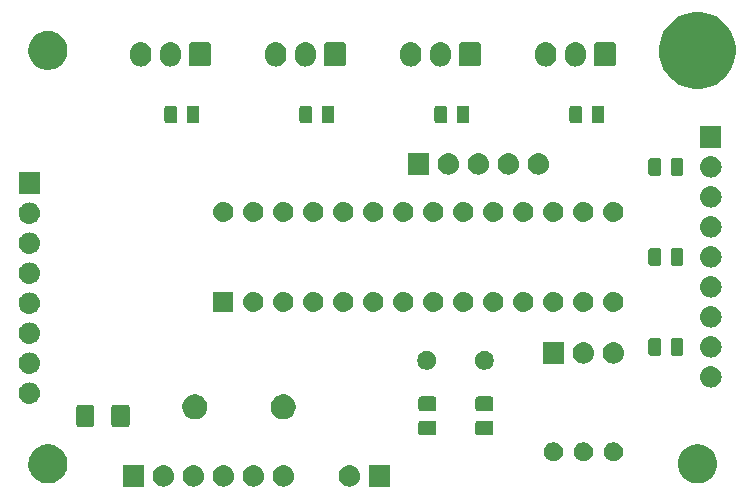
<source format=gbr>
G04 #@! TF.GenerationSoftware,KiCad,Pcbnew,(5.0.2)-1*
G04 #@! TF.CreationDate,2019-02-09T20:55:45-06:00*
G04 #@! TF.ProjectId,Halloween-Controller,48616c6c-6f77-4656-956e-2d436f6e7472,0.1*
G04 #@! TF.SameCoordinates,Original*
G04 #@! TF.FileFunction,Soldermask,Top*
G04 #@! TF.FilePolarity,Negative*
%FSLAX46Y46*%
G04 Gerber Fmt 4.6, Leading zero omitted, Abs format (unit mm)*
G04 Created by KiCad (PCBNEW (5.0.2)-1) date 2/9/2019 8:55:45 PM*
%MOMM*%
%LPD*%
G01*
G04 APERTURE LIST*
%ADD10C,0.100000*%
G04 APERTURE END LIST*
D10*
G36*
X113931000Y-99453000D02*
X112129000Y-99453000D01*
X112129000Y-97651000D01*
X113931000Y-97651000D01*
X113931000Y-99453000D01*
X113931000Y-99453000D01*
G37*
G36*
X134759000Y-99453000D02*
X132957000Y-99453000D01*
X132957000Y-97651000D01*
X134759000Y-97651000D01*
X134759000Y-99453000D01*
X134759000Y-99453000D01*
G37*
G36*
X131428443Y-97657519D02*
X131494627Y-97664037D01*
X131607853Y-97698384D01*
X131664467Y-97715557D01*
X131803087Y-97789652D01*
X131820991Y-97799222D01*
X131856729Y-97828552D01*
X131958186Y-97911814D01*
X132041448Y-98013271D01*
X132070778Y-98049009D01*
X132070779Y-98049011D01*
X132154443Y-98205533D01*
X132154443Y-98205534D01*
X132205963Y-98375373D01*
X132223359Y-98552000D01*
X132205963Y-98728627D01*
X132178727Y-98818413D01*
X132154443Y-98898467D01*
X132100654Y-98999097D01*
X132070778Y-99054991D01*
X132041448Y-99090729D01*
X131958186Y-99192186D01*
X131856729Y-99275448D01*
X131820991Y-99304778D01*
X131820989Y-99304779D01*
X131664467Y-99388443D01*
X131607853Y-99405616D01*
X131494627Y-99439963D01*
X131428443Y-99446481D01*
X131362260Y-99453000D01*
X131273740Y-99453000D01*
X131207557Y-99446481D01*
X131141373Y-99439963D01*
X131028147Y-99405616D01*
X130971533Y-99388443D01*
X130815011Y-99304779D01*
X130815009Y-99304778D01*
X130779271Y-99275448D01*
X130677814Y-99192186D01*
X130594552Y-99090729D01*
X130565222Y-99054991D01*
X130535346Y-98999097D01*
X130481557Y-98898467D01*
X130457273Y-98818413D01*
X130430037Y-98728627D01*
X130412641Y-98552000D01*
X130430037Y-98375373D01*
X130481557Y-98205534D01*
X130481557Y-98205533D01*
X130565221Y-98049011D01*
X130565222Y-98049009D01*
X130594552Y-98013271D01*
X130677814Y-97911814D01*
X130779271Y-97828552D01*
X130815009Y-97799222D01*
X130832913Y-97789652D01*
X130971533Y-97715557D01*
X131028147Y-97698384D01*
X131141373Y-97664037D01*
X131207557Y-97657519D01*
X131273740Y-97651000D01*
X131362260Y-97651000D01*
X131428443Y-97657519D01*
X131428443Y-97657519D01*
G37*
G36*
X125840443Y-97657519D02*
X125906627Y-97664037D01*
X126019853Y-97698384D01*
X126076467Y-97715557D01*
X126215087Y-97789652D01*
X126232991Y-97799222D01*
X126268729Y-97828552D01*
X126370186Y-97911814D01*
X126453448Y-98013271D01*
X126482778Y-98049009D01*
X126482779Y-98049011D01*
X126566443Y-98205533D01*
X126566443Y-98205534D01*
X126617963Y-98375373D01*
X126635359Y-98552000D01*
X126617963Y-98728627D01*
X126590727Y-98818413D01*
X126566443Y-98898467D01*
X126512654Y-98999097D01*
X126482778Y-99054991D01*
X126453448Y-99090729D01*
X126370186Y-99192186D01*
X126268729Y-99275448D01*
X126232991Y-99304778D01*
X126232989Y-99304779D01*
X126076467Y-99388443D01*
X126019853Y-99405616D01*
X125906627Y-99439963D01*
X125840443Y-99446481D01*
X125774260Y-99453000D01*
X125685740Y-99453000D01*
X125619557Y-99446481D01*
X125553373Y-99439963D01*
X125440147Y-99405616D01*
X125383533Y-99388443D01*
X125227011Y-99304779D01*
X125227009Y-99304778D01*
X125191271Y-99275448D01*
X125089814Y-99192186D01*
X125006552Y-99090729D01*
X124977222Y-99054991D01*
X124947346Y-98999097D01*
X124893557Y-98898467D01*
X124869273Y-98818413D01*
X124842037Y-98728627D01*
X124824641Y-98552000D01*
X124842037Y-98375373D01*
X124893557Y-98205534D01*
X124893557Y-98205533D01*
X124977221Y-98049011D01*
X124977222Y-98049009D01*
X125006552Y-98013271D01*
X125089814Y-97911814D01*
X125191271Y-97828552D01*
X125227009Y-97799222D01*
X125244913Y-97789652D01*
X125383533Y-97715557D01*
X125440147Y-97698384D01*
X125553373Y-97664037D01*
X125619557Y-97657519D01*
X125685740Y-97651000D01*
X125774260Y-97651000D01*
X125840443Y-97657519D01*
X125840443Y-97657519D01*
G37*
G36*
X123300443Y-97657519D02*
X123366627Y-97664037D01*
X123479853Y-97698384D01*
X123536467Y-97715557D01*
X123675087Y-97789652D01*
X123692991Y-97799222D01*
X123728729Y-97828552D01*
X123830186Y-97911814D01*
X123913448Y-98013271D01*
X123942778Y-98049009D01*
X123942779Y-98049011D01*
X124026443Y-98205533D01*
X124026443Y-98205534D01*
X124077963Y-98375373D01*
X124095359Y-98552000D01*
X124077963Y-98728627D01*
X124050727Y-98818413D01*
X124026443Y-98898467D01*
X123972654Y-98999097D01*
X123942778Y-99054991D01*
X123913448Y-99090729D01*
X123830186Y-99192186D01*
X123728729Y-99275448D01*
X123692991Y-99304778D01*
X123692989Y-99304779D01*
X123536467Y-99388443D01*
X123479853Y-99405616D01*
X123366627Y-99439963D01*
X123300443Y-99446481D01*
X123234260Y-99453000D01*
X123145740Y-99453000D01*
X123079557Y-99446481D01*
X123013373Y-99439963D01*
X122900147Y-99405616D01*
X122843533Y-99388443D01*
X122687011Y-99304779D01*
X122687009Y-99304778D01*
X122651271Y-99275448D01*
X122549814Y-99192186D01*
X122466552Y-99090729D01*
X122437222Y-99054991D01*
X122407346Y-98999097D01*
X122353557Y-98898467D01*
X122329273Y-98818413D01*
X122302037Y-98728627D01*
X122284641Y-98552000D01*
X122302037Y-98375373D01*
X122353557Y-98205534D01*
X122353557Y-98205533D01*
X122437221Y-98049011D01*
X122437222Y-98049009D01*
X122466552Y-98013271D01*
X122549814Y-97911814D01*
X122651271Y-97828552D01*
X122687009Y-97799222D01*
X122704913Y-97789652D01*
X122843533Y-97715557D01*
X122900147Y-97698384D01*
X123013373Y-97664037D01*
X123079557Y-97657519D01*
X123145740Y-97651000D01*
X123234260Y-97651000D01*
X123300443Y-97657519D01*
X123300443Y-97657519D01*
G37*
G36*
X118220443Y-97657519D02*
X118286627Y-97664037D01*
X118399853Y-97698384D01*
X118456467Y-97715557D01*
X118595087Y-97789652D01*
X118612991Y-97799222D01*
X118648729Y-97828552D01*
X118750186Y-97911814D01*
X118833448Y-98013271D01*
X118862778Y-98049009D01*
X118862779Y-98049011D01*
X118946443Y-98205533D01*
X118946443Y-98205534D01*
X118997963Y-98375373D01*
X119015359Y-98552000D01*
X118997963Y-98728627D01*
X118970727Y-98818413D01*
X118946443Y-98898467D01*
X118892654Y-98999097D01*
X118862778Y-99054991D01*
X118833448Y-99090729D01*
X118750186Y-99192186D01*
X118648729Y-99275448D01*
X118612991Y-99304778D01*
X118612989Y-99304779D01*
X118456467Y-99388443D01*
X118399853Y-99405616D01*
X118286627Y-99439963D01*
X118220443Y-99446481D01*
X118154260Y-99453000D01*
X118065740Y-99453000D01*
X117999557Y-99446481D01*
X117933373Y-99439963D01*
X117820147Y-99405616D01*
X117763533Y-99388443D01*
X117607011Y-99304779D01*
X117607009Y-99304778D01*
X117571271Y-99275448D01*
X117469814Y-99192186D01*
X117386552Y-99090729D01*
X117357222Y-99054991D01*
X117327346Y-98999097D01*
X117273557Y-98898467D01*
X117249273Y-98818413D01*
X117222037Y-98728627D01*
X117204641Y-98552000D01*
X117222037Y-98375373D01*
X117273557Y-98205534D01*
X117273557Y-98205533D01*
X117357221Y-98049011D01*
X117357222Y-98049009D01*
X117386552Y-98013271D01*
X117469814Y-97911814D01*
X117571271Y-97828552D01*
X117607009Y-97799222D01*
X117624913Y-97789652D01*
X117763533Y-97715557D01*
X117820147Y-97698384D01*
X117933373Y-97664037D01*
X117999557Y-97657519D01*
X118065740Y-97651000D01*
X118154260Y-97651000D01*
X118220443Y-97657519D01*
X118220443Y-97657519D01*
G37*
G36*
X120760443Y-97657519D02*
X120826627Y-97664037D01*
X120939853Y-97698384D01*
X120996467Y-97715557D01*
X121135087Y-97789652D01*
X121152991Y-97799222D01*
X121188729Y-97828552D01*
X121290186Y-97911814D01*
X121373448Y-98013271D01*
X121402778Y-98049009D01*
X121402779Y-98049011D01*
X121486443Y-98205533D01*
X121486443Y-98205534D01*
X121537963Y-98375373D01*
X121555359Y-98552000D01*
X121537963Y-98728627D01*
X121510727Y-98818413D01*
X121486443Y-98898467D01*
X121432654Y-98999097D01*
X121402778Y-99054991D01*
X121373448Y-99090729D01*
X121290186Y-99192186D01*
X121188729Y-99275448D01*
X121152991Y-99304778D01*
X121152989Y-99304779D01*
X120996467Y-99388443D01*
X120939853Y-99405616D01*
X120826627Y-99439963D01*
X120760443Y-99446481D01*
X120694260Y-99453000D01*
X120605740Y-99453000D01*
X120539557Y-99446481D01*
X120473373Y-99439963D01*
X120360147Y-99405616D01*
X120303533Y-99388443D01*
X120147011Y-99304779D01*
X120147009Y-99304778D01*
X120111271Y-99275448D01*
X120009814Y-99192186D01*
X119926552Y-99090729D01*
X119897222Y-99054991D01*
X119867346Y-98999097D01*
X119813557Y-98898467D01*
X119789273Y-98818413D01*
X119762037Y-98728627D01*
X119744641Y-98552000D01*
X119762037Y-98375373D01*
X119813557Y-98205534D01*
X119813557Y-98205533D01*
X119897221Y-98049011D01*
X119897222Y-98049009D01*
X119926552Y-98013271D01*
X120009814Y-97911814D01*
X120111271Y-97828552D01*
X120147009Y-97799222D01*
X120164913Y-97789652D01*
X120303533Y-97715557D01*
X120360147Y-97698384D01*
X120473373Y-97664037D01*
X120539557Y-97657519D01*
X120605740Y-97651000D01*
X120694260Y-97651000D01*
X120760443Y-97657519D01*
X120760443Y-97657519D01*
G37*
G36*
X115680443Y-97657519D02*
X115746627Y-97664037D01*
X115859853Y-97698384D01*
X115916467Y-97715557D01*
X116055087Y-97789652D01*
X116072991Y-97799222D01*
X116108729Y-97828552D01*
X116210186Y-97911814D01*
X116293448Y-98013271D01*
X116322778Y-98049009D01*
X116322779Y-98049011D01*
X116406443Y-98205533D01*
X116406443Y-98205534D01*
X116457963Y-98375373D01*
X116475359Y-98552000D01*
X116457963Y-98728627D01*
X116430727Y-98818413D01*
X116406443Y-98898467D01*
X116352654Y-98999097D01*
X116322778Y-99054991D01*
X116293448Y-99090729D01*
X116210186Y-99192186D01*
X116108729Y-99275448D01*
X116072991Y-99304778D01*
X116072989Y-99304779D01*
X115916467Y-99388443D01*
X115859853Y-99405616D01*
X115746627Y-99439963D01*
X115680443Y-99446481D01*
X115614260Y-99453000D01*
X115525740Y-99453000D01*
X115459557Y-99446481D01*
X115393373Y-99439963D01*
X115280147Y-99405616D01*
X115223533Y-99388443D01*
X115067011Y-99304779D01*
X115067009Y-99304778D01*
X115031271Y-99275448D01*
X114929814Y-99192186D01*
X114846552Y-99090729D01*
X114817222Y-99054991D01*
X114787346Y-98999097D01*
X114733557Y-98898467D01*
X114709273Y-98818413D01*
X114682037Y-98728627D01*
X114664641Y-98552000D01*
X114682037Y-98375373D01*
X114733557Y-98205534D01*
X114733557Y-98205533D01*
X114817221Y-98049011D01*
X114817222Y-98049009D01*
X114846552Y-98013271D01*
X114929814Y-97911814D01*
X115031271Y-97828552D01*
X115067009Y-97799222D01*
X115084913Y-97789652D01*
X115223533Y-97715557D01*
X115280147Y-97698384D01*
X115393373Y-97664037D01*
X115459557Y-97657519D01*
X115525740Y-97651000D01*
X115614260Y-97651000D01*
X115680443Y-97657519D01*
X115680443Y-97657519D01*
G37*
G36*
X106166256Y-95927298D02*
X106272579Y-95948447D01*
X106573042Y-96072903D01*
X106839852Y-96251180D01*
X106843454Y-96253587D01*
X107073413Y-96483546D01*
X107073415Y-96483549D01*
X107254097Y-96753958D01*
X107371858Y-97038257D01*
X107378553Y-97054422D01*
X107427752Y-97301758D01*
X107442000Y-97373391D01*
X107442000Y-97698609D01*
X107378553Y-98017579D01*
X107254097Y-98318042D01*
X107215788Y-98375375D01*
X107073413Y-98588454D01*
X106843454Y-98818413D01*
X106843451Y-98818415D01*
X106573042Y-98999097D01*
X106272579Y-99123553D01*
X106166256Y-99144702D01*
X105953611Y-99187000D01*
X105628389Y-99187000D01*
X105415744Y-99144702D01*
X105309421Y-99123553D01*
X105008958Y-98999097D01*
X104738549Y-98818415D01*
X104738546Y-98818413D01*
X104508587Y-98588454D01*
X104366212Y-98375375D01*
X104327903Y-98318042D01*
X104203447Y-98017579D01*
X104140000Y-97698609D01*
X104140000Y-97373391D01*
X104154249Y-97301758D01*
X104203447Y-97054422D01*
X104210143Y-97038257D01*
X104327903Y-96753958D01*
X104508585Y-96483549D01*
X104508587Y-96483546D01*
X104738546Y-96253587D01*
X104742148Y-96251180D01*
X105008958Y-96072903D01*
X105309421Y-95948447D01*
X105415744Y-95927298D01*
X105628389Y-95885000D01*
X105953611Y-95885000D01*
X106166256Y-95927298D01*
X106166256Y-95927298D01*
G37*
G36*
X161166256Y-95927298D02*
X161272579Y-95948447D01*
X161573042Y-96072903D01*
X161839852Y-96251180D01*
X161843454Y-96253587D01*
X162073413Y-96483546D01*
X162073415Y-96483549D01*
X162254097Y-96753958D01*
X162371858Y-97038257D01*
X162378553Y-97054422D01*
X162427752Y-97301758D01*
X162442000Y-97373391D01*
X162442000Y-97698609D01*
X162378553Y-98017579D01*
X162254097Y-98318042D01*
X162215788Y-98375375D01*
X162073413Y-98588454D01*
X161843454Y-98818413D01*
X161843451Y-98818415D01*
X161573042Y-98999097D01*
X161272579Y-99123553D01*
X161166256Y-99144702D01*
X160953611Y-99187000D01*
X160628389Y-99187000D01*
X160415744Y-99144702D01*
X160309421Y-99123553D01*
X160008958Y-98999097D01*
X159738549Y-98818415D01*
X159738546Y-98818413D01*
X159508587Y-98588454D01*
X159366212Y-98375375D01*
X159327903Y-98318042D01*
X159203447Y-98017579D01*
X159140000Y-97698609D01*
X159140000Y-97373391D01*
X159154249Y-97301758D01*
X159203447Y-97054422D01*
X159210143Y-97038257D01*
X159327903Y-96753958D01*
X159508585Y-96483549D01*
X159508587Y-96483546D01*
X159738546Y-96253587D01*
X159742148Y-96251180D01*
X160008958Y-96072903D01*
X160309421Y-95948447D01*
X160415744Y-95927298D01*
X160628389Y-95885000D01*
X160953611Y-95885000D01*
X161166256Y-95927298D01*
X161166256Y-95927298D01*
G37*
G36*
X153907142Y-95738242D02*
X154055102Y-95799530D01*
X154188258Y-95888502D01*
X154301498Y-96001742D01*
X154390470Y-96134898D01*
X154451758Y-96282858D01*
X154483000Y-96439925D01*
X154483000Y-96600075D01*
X154451758Y-96757142D01*
X154390470Y-96905102D01*
X154301498Y-97038258D01*
X154188258Y-97151498D01*
X154055102Y-97240470D01*
X153907142Y-97301758D01*
X153750075Y-97333000D01*
X153589925Y-97333000D01*
X153432858Y-97301758D01*
X153284898Y-97240470D01*
X153151742Y-97151498D01*
X153038502Y-97038258D01*
X152949530Y-96905102D01*
X152888242Y-96757142D01*
X152857000Y-96600075D01*
X152857000Y-96439925D01*
X152888242Y-96282858D01*
X152949530Y-96134898D01*
X153038502Y-96001742D01*
X153151742Y-95888502D01*
X153284898Y-95799530D01*
X153432858Y-95738242D01*
X153589925Y-95707000D01*
X153750075Y-95707000D01*
X153907142Y-95738242D01*
X153907142Y-95738242D01*
G37*
G36*
X151367142Y-95738242D02*
X151515102Y-95799530D01*
X151648258Y-95888502D01*
X151761498Y-96001742D01*
X151850470Y-96134898D01*
X151911758Y-96282858D01*
X151943000Y-96439925D01*
X151943000Y-96600075D01*
X151911758Y-96757142D01*
X151850470Y-96905102D01*
X151761498Y-97038258D01*
X151648258Y-97151498D01*
X151515102Y-97240470D01*
X151367142Y-97301758D01*
X151210075Y-97333000D01*
X151049925Y-97333000D01*
X150892858Y-97301758D01*
X150744898Y-97240470D01*
X150611742Y-97151498D01*
X150498502Y-97038258D01*
X150409530Y-96905102D01*
X150348242Y-96757142D01*
X150317000Y-96600075D01*
X150317000Y-96439925D01*
X150348242Y-96282858D01*
X150409530Y-96134898D01*
X150498502Y-96001742D01*
X150611742Y-95888502D01*
X150744898Y-95799530D01*
X150892858Y-95738242D01*
X151049925Y-95707000D01*
X151210075Y-95707000D01*
X151367142Y-95738242D01*
X151367142Y-95738242D01*
G37*
G36*
X148827142Y-95738242D02*
X148975102Y-95799530D01*
X149108258Y-95888502D01*
X149221498Y-96001742D01*
X149310470Y-96134898D01*
X149371758Y-96282858D01*
X149403000Y-96439925D01*
X149403000Y-96600075D01*
X149371758Y-96757142D01*
X149310470Y-96905102D01*
X149221498Y-97038258D01*
X149108258Y-97151498D01*
X148975102Y-97240470D01*
X148827142Y-97301758D01*
X148670075Y-97333000D01*
X148509925Y-97333000D01*
X148352858Y-97301758D01*
X148204898Y-97240470D01*
X148071742Y-97151498D01*
X147958502Y-97038258D01*
X147869530Y-96905102D01*
X147808242Y-96757142D01*
X147777000Y-96600075D01*
X147777000Y-96439925D01*
X147808242Y-96282858D01*
X147869530Y-96134898D01*
X147958502Y-96001742D01*
X148071742Y-95888502D01*
X148204898Y-95799530D01*
X148352858Y-95738242D01*
X148509925Y-95707000D01*
X148670075Y-95707000D01*
X148827142Y-95738242D01*
X148827142Y-95738242D01*
G37*
G36*
X138510677Y-93884465D02*
X138548364Y-93895898D01*
X138583103Y-93914466D01*
X138613548Y-93939452D01*
X138638534Y-93969897D01*
X138657102Y-94004636D01*
X138668535Y-94042323D01*
X138673000Y-94087661D01*
X138673000Y-94924339D01*
X138668535Y-94969677D01*
X138657102Y-95007364D01*
X138638534Y-95042103D01*
X138613548Y-95072548D01*
X138583103Y-95097534D01*
X138548364Y-95116102D01*
X138510677Y-95127535D01*
X138465339Y-95132000D01*
X137378661Y-95132000D01*
X137333323Y-95127535D01*
X137295636Y-95116102D01*
X137260897Y-95097534D01*
X137230452Y-95072548D01*
X137205466Y-95042103D01*
X137186898Y-95007364D01*
X137175465Y-94969677D01*
X137171000Y-94924339D01*
X137171000Y-94087661D01*
X137175465Y-94042323D01*
X137186898Y-94004636D01*
X137205466Y-93969897D01*
X137230452Y-93939452D01*
X137260897Y-93914466D01*
X137295636Y-93895898D01*
X137333323Y-93884465D01*
X137378661Y-93880000D01*
X138465339Y-93880000D01*
X138510677Y-93884465D01*
X138510677Y-93884465D01*
G37*
G36*
X143336677Y-93884465D02*
X143374364Y-93895898D01*
X143409103Y-93914466D01*
X143439548Y-93939452D01*
X143464534Y-93969897D01*
X143483102Y-94004636D01*
X143494535Y-94042323D01*
X143499000Y-94087661D01*
X143499000Y-94924339D01*
X143494535Y-94969677D01*
X143483102Y-95007364D01*
X143464534Y-95042103D01*
X143439548Y-95072548D01*
X143409103Y-95097534D01*
X143374364Y-95116102D01*
X143336677Y-95127535D01*
X143291339Y-95132000D01*
X142204661Y-95132000D01*
X142159323Y-95127535D01*
X142121636Y-95116102D01*
X142086897Y-95097534D01*
X142056452Y-95072548D01*
X142031466Y-95042103D01*
X142012898Y-95007364D01*
X142001465Y-94969677D01*
X141997000Y-94924339D01*
X141997000Y-94087661D01*
X142001465Y-94042323D01*
X142012898Y-94004636D01*
X142031466Y-93969897D01*
X142056452Y-93939452D01*
X142086897Y-93914466D01*
X142121636Y-93895898D01*
X142159323Y-93884465D01*
X142204661Y-93880000D01*
X143291339Y-93880000D01*
X143336677Y-93884465D01*
X143336677Y-93884465D01*
G37*
G36*
X112554062Y-92550181D02*
X112588977Y-92560773D01*
X112621165Y-92577978D01*
X112649373Y-92601127D01*
X112672522Y-92629335D01*
X112689727Y-92661523D01*
X112700319Y-92696438D01*
X112704500Y-92738895D01*
X112704500Y-94205105D01*
X112700319Y-94247562D01*
X112689727Y-94282477D01*
X112672522Y-94314665D01*
X112649373Y-94342873D01*
X112621165Y-94366022D01*
X112588977Y-94383227D01*
X112554062Y-94393819D01*
X112511605Y-94398000D01*
X111370395Y-94398000D01*
X111327938Y-94393819D01*
X111293023Y-94383227D01*
X111260835Y-94366022D01*
X111232627Y-94342873D01*
X111209478Y-94314665D01*
X111192273Y-94282477D01*
X111181681Y-94247562D01*
X111177500Y-94205105D01*
X111177500Y-92738895D01*
X111181681Y-92696438D01*
X111192273Y-92661523D01*
X111209478Y-92629335D01*
X111232627Y-92601127D01*
X111260835Y-92577978D01*
X111293023Y-92560773D01*
X111327938Y-92550181D01*
X111370395Y-92546000D01*
X112511605Y-92546000D01*
X112554062Y-92550181D01*
X112554062Y-92550181D01*
G37*
G36*
X109579062Y-92550181D02*
X109613977Y-92560773D01*
X109646165Y-92577978D01*
X109674373Y-92601127D01*
X109697522Y-92629335D01*
X109714727Y-92661523D01*
X109725319Y-92696438D01*
X109729500Y-92738895D01*
X109729500Y-94205105D01*
X109725319Y-94247562D01*
X109714727Y-94282477D01*
X109697522Y-94314665D01*
X109674373Y-94342873D01*
X109646165Y-94366022D01*
X109613977Y-94383227D01*
X109579062Y-94393819D01*
X109536605Y-94398000D01*
X108395395Y-94398000D01*
X108352938Y-94393819D01*
X108318023Y-94383227D01*
X108285835Y-94366022D01*
X108257627Y-94342873D01*
X108234478Y-94314665D01*
X108217273Y-94282477D01*
X108206681Y-94247562D01*
X108202500Y-94205105D01*
X108202500Y-92738895D01*
X108206681Y-92696438D01*
X108217273Y-92661523D01*
X108234478Y-92629335D01*
X108257627Y-92601127D01*
X108285835Y-92577978D01*
X108318023Y-92560773D01*
X108352938Y-92550181D01*
X108395395Y-92546000D01*
X109536605Y-92546000D01*
X109579062Y-92550181D01*
X109579062Y-92550181D01*
G37*
G36*
X126036565Y-91699389D02*
X126227834Y-91778615D01*
X126399976Y-91893637D01*
X126546363Y-92040024D01*
X126661385Y-92212166D01*
X126740611Y-92403435D01*
X126781000Y-92606484D01*
X126781000Y-92813516D01*
X126740611Y-93016565D01*
X126661385Y-93207834D01*
X126546363Y-93379976D01*
X126399976Y-93526363D01*
X126227834Y-93641385D01*
X126036565Y-93720611D01*
X125833516Y-93761000D01*
X125626484Y-93761000D01*
X125423435Y-93720611D01*
X125232166Y-93641385D01*
X125060024Y-93526363D01*
X124913637Y-93379976D01*
X124798615Y-93207834D01*
X124719389Y-93016565D01*
X124679000Y-92813516D01*
X124679000Y-92606484D01*
X124719389Y-92403435D01*
X124798615Y-92212166D01*
X124913637Y-92040024D01*
X125060024Y-91893637D01*
X125232166Y-91778615D01*
X125423435Y-91699389D01*
X125626484Y-91659000D01*
X125833516Y-91659000D01*
X126036565Y-91699389D01*
X126036565Y-91699389D01*
G37*
G36*
X118536565Y-91699389D02*
X118727834Y-91778615D01*
X118899976Y-91893637D01*
X119046363Y-92040024D01*
X119161385Y-92212166D01*
X119240611Y-92403435D01*
X119281000Y-92606484D01*
X119281000Y-92813516D01*
X119240611Y-93016565D01*
X119161385Y-93207834D01*
X119046363Y-93379976D01*
X118899976Y-93526363D01*
X118727834Y-93641385D01*
X118536565Y-93720611D01*
X118333516Y-93761000D01*
X118126484Y-93761000D01*
X117923435Y-93720611D01*
X117732166Y-93641385D01*
X117560024Y-93526363D01*
X117413637Y-93379976D01*
X117298615Y-93207834D01*
X117219389Y-93016565D01*
X117179000Y-92813516D01*
X117179000Y-92606484D01*
X117219389Y-92403435D01*
X117298615Y-92212166D01*
X117413637Y-92040024D01*
X117560024Y-91893637D01*
X117732166Y-91778615D01*
X117923435Y-91699389D01*
X118126484Y-91659000D01*
X118333516Y-91659000D01*
X118536565Y-91699389D01*
X118536565Y-91699389D01*
G37*
G36*
X143336677Y-91834465D02*
X143374364Y-91845898D01*
X143409103Y-91864466D01*
X143439548Y-91889452D01*
X143464534Y-91919897D01*
X143483102Y-91954636D01*
X143494535Y-91992323D01*
X143499000Y-92037661D01*
X143499000Y-92874339D01*
X143494535Y-92919677D01*
X143483102Y-92957364D01*
X143464534Y-92992103D01*
X143439548Y-93022548D01*
X143409103Y-93047534D01*
X143374364Y-93066102D01*
X143336677Y-93077535D01*
X143291339Y-93082000D01*
X142204661Y-93082000D01*
X142159323Y-93077535D01*
X142121636Y-93066102D01*
X142086897Y-93047534D01*
X142056452Y-93022548D01*
X142031466Y-92992103D01*
X142012898Y-92957364D01*
X142001465Y-92919677D01*
X141997000Y-92874339D01*
X141997000Y-92037661D01*
X142001465Y-91992323D01*
X142012898Y-91954636D01*
X142031466Y-91919897D01*
X142056452Y-91889452D01*
X142086897Y-91864466D01*
X142121636Y-91845898D01*
X142159323Y-91834465D01*
X142204661Y-91830000D01*
X143291339Y-91830000D01*
X143336677Y-91834465D01*
X143336677Y-91834465D01*
G37*
G36*
X138510677Y-91834465D02*
X138548364Y-91845898D01*
X138583103Y-91864466D01*
X138613548Y-91889452D01*
X138638534Y-91919897D01*
X138657102Y-91954636D01*
X138668535Y-91992323D01*
X138673000Y-92037661D01*
X138673000Y-92874339D01*
X138668535Y-92919677D01*
X138657102Y-92957364D01*
X138638534Y-92992103D01*
X138613548Y-93022548D01*
X138583103Y-93047534D01*
X138548364Y-93066102D01*
X138510677Y-93077535D01*
X138465339Y-93082000D01*
X137378661Y-93082000D01*
X137333323Y-93077535D01*
X137295636Y-93066102D01*
X137260897Y-93047534D01*
X137230452Y-93022548D01*
X137205466Y-92992103D01*
X137186898Y-92957364D01*
X137175465Y-92919677D01*
X137171000Y-92874339D01*
X137171000Y-92037661D01*
X137175465Y-91992323D01*
X137186898Y-91954636D01*
X137205466Y-91919897D01*
X137230452Y-91889452D01*
X137260897Y-91864466D01*
X137295636Y-91845898D01*
X137333323Y-91834465D01*
X137378661Y-91830000D01*
X138465339Y-91830000D01*
X138510677Y-91834465D01*
X138510677Y-91834465D01*
G37*
G36*
X104326642Y-90647118D02*
X104392827Y-90653637D01*
X104506053Y-90687984D01*
X104562667Y-90705157D01*
X104701287Y-90779252D01*
X104719191Y-90788822D01*
X104745223Y-90810186D01*
X104856386Y-90901414D01*
X104939648Y-91002871D01*
X104968978Y-91038609D01*
X104968979Y-91038611D01*
X105052643Y-91195133D01*
X105052643Y-91195134D01*
X105104163Y-91364973D01*
X105121559Y-91541600D01*
X105104163Y-91718227D01*
X105085844Y-91778616D01*
X105052643Y-91888067D01*
X104996916Y-91992323D01*
X104968978Y-92044591D01*
X104939648Y-92080329D01*
X104856386Y-92181786D01*
X104754929Y-92265048D01*
X104719191Y-92294378D01*
X104719189Y-92294379D01*
X104562667Y-92378043D01*
X104506053Y-92395216D01*
X104392827Y-92429563D01*
X104326642Y-92436082D01*
X104260460Y-92442600D01*
X104171940Y-92442600D01*
X104105758Y-92436082D01*
X104039573Y-92429563D01*
X103926347Y-92395216D01*
X103869733Y-92378043D01*
X103713211Y-92294379D01*
X103713209Y-92294378D01*
X103677471Y-92265048D01*
X103576014Y-92181786D01*
X103492752Y-92080329D01*
X103463422Y-92044591D01*
X103435484Y-91992323D01*
X103379757Y-91888067D01*
X103346556Y-91778616D01*
X103328237Y-91718227D01*
X103310841Y-91541600D01*
X103328237Y-91364973D01*
X103379757Y-91195134D01*
X103379757Y-91195133D01*
X103463421Y-91038611D01*
X103463422Y-91038609D01*
X103492752Y-91002871D01*
X103576014Y-90901414D01*
X103687177Y-90810186D01*
X103713209Y-90788822D01*
X103731113Y-90779252D01*
X103869733Y-90705157D01*
X103926347Y-90687984D01*
X104039573Y-90653637D01*
X104105758Y-90647118D01*
X104171940Y-90640600D01*
X104260460Y-90640600D01*
X104326642Y-90647118D01*
X104326642Y-90647118D01*
G37*
G36*
X162035443Y-89275519D02*
X162101627Y-89282037D01*
X162214853Y-89316384D01*
X162271467Y-89333557D01*
X162387573Y-89395618D01*
X162427991Y-89417222D01*
X162463729Y-89446552D01*
X162565186Y-89529814D01*
X162648448Y-89631271D01*
X162677778Y-89667009D01*
X162677779Y-89667011D01*
X162761443Y-89823533D01*
X162761443Y-89823534D01*
X162812963Y-89993373D01*
X162830359Y-90170000D01*
X162812963Y-90346627D01*
X162778616Y-90459853D01*
X162761443Y-90516467D01*
X162688123Y-90653637D01*
X162677778Y-90672991D01*
X162651380Y-90705157D01*
X162565186Y-90810186D01*
X162463729Y-90893448D01*
X162427991Y-90922778D01*
X162427989Y-90922779D01*
X162271467Y-91006443D01*
X162214853Y-91023616D01*
X162101627Y-91057963D01*
X162035442Y-91064482D01*
X161969260Y-91071000D01*
X161880740Y-91071000D01*
X161814558Y-91064482D01*
X161748373Y-91057963D01*
X161635147Y-91023616D01*
X161578533Y-91006443D01*
X161422011Y-90922779D01*
X161422009Y-90922778D01*
X161386271Y-90893448D01*
X161284814Y-90810186D01*
X161198620Y-90705157D01*
X161172222Y-90672991D01*
X161161877Y-90653637D01*
X161088557Y-90516467D01*
X161071384Y-90459853D01*
X161037037Y-90346627D01*
X161019641Y-90170000D01*
X161037037Y-89993373D01*
X161088557Y-89823534D01*
X161088557Y-89823533D01*
X161172221Y-89667011D01*
X161172222Y-89667009D01*
X161201552Y-89631271D01*
X161284814Y-89529814D01*
X161386271Y-89446552D01*
X161422009Y-89417222D01*
X161462427Y-89395618D01*
X161578533Y-89333557D01*
X161635147Y-89316384D01*
X161748373Y-89282037D01*
X161814557Y-89275519D01*
X161880740Y-89269000D01*
X161969260Y-89269000D01*
X162035443Y-89275519D01*
X162035443Y-89275519D01*
G37*
G36*
X104326642Y-88107118D02*
X104392827Y-88113637D01*
X104473141Y-88138000D01*
X104562667Y-88165157D01*
X104701287Y-88239252D01*
X104719191Y-88248822D01*
X104745223Y-88270186D01*
X104856386Y-88361414D01*
X104939648Y-88462871D01*
X104968978Y-88498609D01*
X104968979Y-88498611D01*
X105052643Y-88655133D01*
X105052643Y-88655134D01*
X105104163Y-88824973D01*
X105121559Y-89001600D01*
X105104163Y-89178227D01*
X105076627Y-89269000D01*
X105052643Y-89348067D01*
X105027226Y-89395618D01*
X104968978Y-89504591D01*
X104948278Y-89529814D01*
X104856386Y-89641786D01*
X104754929Y-89725048D01*
X104719191Y-89754378D01*
X104719189Y-89754379D01*
X104562667Y-89838043D01*
X104506053Y-89855216D01*
X104392827Y-89889563D01*
X104326643Y-89896081D01*
X104260460Y-89902600D01*
X104171940Y-89902600D01*
X104105757Y-89896081D01*
X104039573Y-89889563D01*
X103926347Y-89855216D01*
X103869733Y-89838043D01*
X103713211Y-89754379D01*
X103713209Y-89754378D01*
X103677471Y-89725048D01*
X103576014Y-89641786D01*
X103484122Y-89529814D01*
X103463422Y-89504591D01*
X103405174Y-89395618D01*
X103379757Y-89348067D01*
X103355773Y-89269000D01*
X103328237Y-89178227D01*
X103310841Y-89001600D01*
X103328237Y-88824973D01*
X103379757Y-88655134D01*
X103379757Y-88655133D01*
X103463421Y-88498611D01*
X103463422Y-88498609D01*
X103492752Y-88462871D01*
X103576014Y-88361414D01*
X103687177Y-88270186D01*
X103713209Y-88248822D01*
X103731113Y-88239252D01*
X103869733Y-88165157D01*
X103959259Y-88138000D01*
X104039573Y-88113637D01*
X104105758Y-88107118D01*
X104171940Y-88100600D01*
X104260460Y-88100600D01*
X104326642Y-88107118D01*
X104326642Y-88107118D01*
G37*
G36*
X138099929Y-88002234D02*
X138245806Y-88062658D01*
X138358563Y-88138000D01*
X138377094Y-88150382D01*
X138488738Y-88262026D01*
X138488740Y-88262029D01*
X138576462Y-88393314D01*
X138636886Y-88539191D01*
X138667690Y-88694052D01*
X138667690Y-88851948D01*
X138636886Y-89006809D01*
X138576462Y-89152686D01*
X138498743Y-89269000D01*
X138488738Y-89283974D01*
X138377094Y-89395618D01*
X138377091Y-89395620D01*
X138245806Y-89483342D01*
X138099929Y-89543766D01*
X137945068Y-89574570D01*
X137787172Y-89574570D01*
X137632311Y-89543766D01*
X137486434Y-89483342D01*
X137355149Y-89395620D01*
X137355146Y-89395618D01*
X137243502Y-89283974D01*
X137233497Y-89269000D01*
X137155778Y-89152686D01*
X137095354Y-89006809D01*
X137064550Y-88851948D01*
X137064550Y-88694052D01*
X137095354Y-88539191D01*
X137155778Y-88393314D01*
X137243500Y-88262029D01*
X137243502Y-88262026D01*
X137355146Y-88150382D01*
X137373677Y-88138000D01*
X137486434Y-88062658D01*
X137632311Y-88002234D01*
X137787172Y-87971430D01*
X137945068Y-87971430D01*
X138099929Y-88002234D01*
X138099929Y-88002234D01*
G37*
G36*
X142981809Y-88002234D02*
X143127686Y-88062658D01*
X143240443Y-88138000D01*
X143258974Y-88150382D01*
X143370618Y-88262026D01*
X143370620Y-88262029D01*
X143458342Y-88393314D01*
X143518766Y-88539191D01*
X143549570Y-88694052D01*
X143549570Y-88851948D01*
X143518766Y-89006809D01*
X143458342Y-89152686D01*
X143380623Y-89269000D01*
X143370618Y-89283974D01*
X143258974Y-89395618D01*
X143258971Y-89395620D01*
X143127686Y-89483342D01*
X142981809Y-89543766D01*
X142826948Y-89574570D01*
X142669052Y-89574570D01*
X142514191Y-89543766D01*
X142368314Y-89483342D01*
X142237029Y-89395620D01*
X142237026Y-89395618D01*
X142125382Y-89283974D01*
X142115377Y-89269000D01*
X142037658Y-89152686D01*
X141977234Y-89006809D01*
X141946430Y-88851948D01*
X141946430Y-88694052D01*
X141977234Y-88539191D01*
X142037658Y-88393314D01*
X142125380Y-88262029D01*
X142125382Y-88262026D01*
X142237026Y-88150382D01*
X142255557Y-88138000D01*
X142368314Y-88062658D01*
X142514191Y-88002234D01*
X142669052Y-87971430D01*
X142826948Y-87971430D01*
X142981809Y-88002234D01*
X142981809Y-88002234D01*
G37*
G36*
X149491000Y-89039000D02*
X147689000Y-89039000D01*
X147689000Y-87237000D01*
X149491000Y-87237000D01*
X149491000Y-89039000D01*
X149491000Y-89039000D01*
G37*
G36*
X151240442Y-87243518D02*
X151306627Y-87250037D01*
X151417049Y-87283533D01*
X151476467Y-87301557D01*
X151590669Y-87362600D01*
X151632991Y-87385222D01*
X151668729Y-87414552D01*
X151770186Y-87497814D01*
X151853448Y-87599271D01*
X151882778Y-87635009D01*
X151882779Y-87635011D01*
X151966443Y-87791533D01*
X151983616Y-87848147D01*
X152017963Y-87961373D01*
X152035359Y-88138000D01*
X152017963Y-88314627D01*
X151983616Y-88427853D01*
X151966443Y-88484467D01*
X151941570Y-88531000D01*
X151882778Y-88640991D01*
X151871171Y-88655134D01*
X151770186Y-88778186D01*
X151680305Y-88851948D01*
X151632991Y-88890778D01*
X151632989Y-88890779D01*
X151476467Y-88974443D01*
X151419853Y-88991616D01*
X151306627Y-89025963D01*
X151240443Y-89032481D01*
X151174260Y-89039000D01*
X151085740Y-89039000D01*
X151019557Y-89032481D01*
X150953373Y-89025963D01*
X150840147Y-88991616D01*
X150783533Y-88974443D01*
X150627011Y-88890779D01*
X150627009Y-88890778D01*
X150579695Y-88851948D01*
X150489814Y-88778186D01*
X150388829Y-88655134D01*
X150377222Y-88640991D01*
X150318430Y-88531000D01*
X150293557Y-88484467D01*
X150276384Y-88427853D01*
X150242037Y-88314627D01*
X150224641Y-88138000D01*
X150242037Y-87961373D01*
X150276384Y-87848147D01*
X150293557Y-87791533D01*
X150377221Y-87635011D01*
X150377222Y-87635009D01*
X150406552Y-87599271D01*
X150489814Y-87497814D01*
X150591271Y-87414552D01*
X150627009Y-87385222D01*
X150669331Y-87362600D01*
X150783533Y-87301557D01*
X150842951Y-87283533D01*
X150953373Y-87250037D01*
X151019558Y-87243518D01*
X151085740Y-87237000D01*
X151174260Y-87237000D01*
X151240442Y-87243518D01*
X151240442Y-87243518D01*
G37*
G36*
X153780442Y-87243518D02*
X153846627Y-87250037D01*
X153957049Y-87283533D01*
X154016467Y-87301557D01*
X154130669Y-87362600D01*
X154172991Y-87385222D01*
X154208729Y-87414552D01*
X154310186Y-87497814D01*
X154393448Y-87599271D01*
X154422778Y-87635009D01*
X154422779Y-87635011D01*
X154506443Y-87791533D01*
X154523616Y-87848147D01*
X154557963Y-87961373D01*
X154575359Y-88138000D01*
X154557963Y-88314627D01*
X154523616Y-88427853D01*
X154506443Y-88484467D01*
X154481570Y-88531000D01*
X154422778Y-88640991D01*
X154411171Y-88655134D01*
X154310186Y-88778186D01*
X154220305Y-88851948D01*
X154172991Y-88890778D01*
X154172989Y-88890779D01*
X154016467Y-88974443D01*
X153959853Y-88991616D01*
X153846627Y-89025963D01*
X153780443Y-89032481D01*
X153714260Y-89039000D01*
X153625740Y-89039000D01*
X153559557Y-89032481D01*
X153493373Y-89025963D01*
X153380147Y-88991616D01*
X153323533Y-88974443D01*
X153167011Y-88890779D01*
X153167009Y-88890778D01*
X153119695Y-88851948D01*
X153029814Y-88778186D01*
X152928829Y-88655134D01*
X152917222Y-88640991D01*
X152858430Y-88531000D01*
X152833557Y-88484467D01*
X152816384Y-88427853D01*
X152782037Y-88314627D01*
X152764641Y-88138000D01*
X152782037Y-87961373D01*
X152816384Y-87848147D01*
X152833557Y-87791533D01*
X152917221Y-87635011D01*
X152917222Y-87635009D01*
X152946552Y-87599271D01*
X153029814Y-87497814D01*
X153131271Y-87414552D01*
X153167009Y-87385222D01*
X153209331Y-87362600D01*
X153323533Y-87301557D01*
X153382951Y-87283533D01*
X153493373Y-87250037D01*
X153559558Y-87243518D01*
X153625740Y-87237000D01*
X153714260Y-87237000D01*
X153780442Y-87243518D01*
X153780442Y-87243518D01*
G37*
G36*
X162035442Y-86735518D02*
X162101627Y-86742037D01*
X162214853Y-86776384D01*
X162271467Y-86793557D01*
X162410087Y-86867652D01*
X162427991Y-86877222D01*
X162463729Y-86906552D01*
X162565186Y-86989814D01*
X162648448Y-87091271D01*
X162677778Y-87127009D01*
X162677779Y-87127011D01*
X162761443Y-87283533D01*
X162761443Y-87283534D01*
X162812963Y-87453373D01*
X162830359Y-87630000D01*
X162812963Y-87806627D01*
X162778616Y-87919853D01*
X162761443Y-87976467D01*
X162689132Y-88111750D01*
X162677778Y-88132991D01*
X162673667Y-88138000D01*
X162565186Y-88270186D01*
X162473229Y-88345652D01*
X162427991Y-88382778D01*
X162427989Y-88382779D01*
X162271467Y-88466443D01*
X162214853Y-88483616D01*
X162101627Y-88517963D01*
X162035442Y-88524482D01*
X161969260Y-88531000D01*
X161880740Y-88531000D01*
X161814558Y-88524482D01*
X161748373Y-88517963D01*
X161635147Y-88483616D01*
X161578533Y-88466443D01*
X161422011Y-88382779D01*
X161422009Y-88382778D01*
X161376771Y-88345652D01*
X161284814Y-88270186D01*
X161176333Y-88138000D01*
X161172222Y-88132991D01*
X161160868Y-88111750D01*
X161088557Y-87976467D01*
X161071384Y-87919853D01*
X161037037Y-87806627D01*
X161019641Y-87630000D01*
X161037037Y-87453373D01*
X161088557Y-87283534D01*
X161088557Y-87283533D01*
X161172221Y-87127011D01*
X161172222Y-87127009D01*
X161201552Y-87091271D01*
X161284814Y-86989814D01*
X161386271Y-86906552D01*
X161422009Y-86877222D01*
X161439913Y-86867652D01*
X161578533Y-86793557D01*
X161635147Y-86776384D01*
X161748373Y-86742037D01*
X161814558Y-86735518D01*
X161880740Y-86729000D01*
X161969260Y-86729000D01*
X162035442Y-86735518D01*
X162035442Y-86735518D01*
G37*
G36*
X157549466Y-86883565D02*
X157588137Y-86895296D01*
X157623779Y-86914348D01*
X157655017Y-86939983D01*
X157680652Y-86971221D01*
X157699704Y-87006863D01*
X157711435Y-87045534D01*
X157716000Y-87091888D01*
X157716000Y-88168112D01*
X157711435Y-88214466D01*
X157699704Y-88253137D01*
X157680652Y-88288779D01*
X157655017Y-88320017D01*
X157623779Y-88345652D01*
X157588137Y-88364704D01*
X157549466Y-88376435D01*
X157503112Y-88381000D01*
X156851888Y-88381000D01*
X156805534Y-88376435D01*
X156766863Y-88364704D01*
X156731221Y-88345652D01*
X156699983Y-88320017D01*
X156674348Y-88288779D01*
X156655296Y-88253137D01*
X156643565Y-88214466D01*
X156639000Y-88168112D01*
X156639000Y-87091888D01*
X156643565Y-87045534D01*
X156655296Y-87006863D01*
X156674348Y-86971221D01*
X156699983Y-86939983D01*
X156731221Y-86914348D01*
X156766863Y-86895296D01*
X156805534Y-86883565D01*
X156851888Y-86879000D01*
X157503112Y-86879000D01*
X157549466Y-86883565D01*
X157549466Y-86883565D01*
G37*
G36*
X159424466Y-86883565D02*
X159463137Y-86895296D01*
X159498779Y-86914348D01*
X159530017Y-86939983D01*
X159555652Y-86971221D01*
X159574704Y-87006863D01*
X159586435Y-87045534D01*
X159591000Y-87091888D01*
X159591000Y-88168112D01*
X159586435Y-88214466D01*
X159574704Y-88253137D01*
X159555652Y-88288779D01*
X159530017Y-88320017D01*
X159498779Y-88345652D01*
X159463137Y-88364704D01*
X159424466Y-88376435D01*
X159378112Y-88381000D01*
X158726888Y-88381000D01*
X158680534Y-88376435D01*
X158641863Y-88364704D01*
X158606221Y-88345652D01*
X158574983Y-88320017D01*
X158549348Y-88288779D01*
X158530296Y-88253137D01*
X158518565Y-88214466D01*
X158514000Y-88168112D01*
X158514000Y-87091888D01*
X158518565Y-87045534D01*
X158530296Y-87006863D01*
X158549348Y-86971221D01*
X158574983Y-86939983D01*
X158606221Y-86914348D01*
X158641863Y-86895296D01*
X158680534Y-86883565D01*
X158726888Y-86879000D01*
X159378112Y-86879000D01*
X159424466Y-86883565D01*
X159424466Y-86883565D01*
G37*
G36*
X104326643Y-85567119D02*
X104392827Y-85573637D01*
X104506053Y-85607984D01*
X104562667Y-85625157D01*
X104701287Y-85699252D01*
X104719191Y-85708822D01*
X104745223Y-85730186D01*
X104856386Y-85821414D01*
X104939648Y-85922871D01*
X104968978Y-85958609D01*
X104968979Y-85958611D01*
X105052643Y-86115133D01*
X105052643Y-86115134D01*
X105104163Y-86284973D01*
X105121559Y-86461600D01*
X105104163Y-86638227D01*
X105076627Y-86729000D01*
X105052643Y-86808067D01*
X105015679Y-86877221D01*
X104968978Y-86964591D01*
X104948278Y-86989814D01*
X104856386Y-87101786D01*
X104754929Y-87185048D01*
X104719191Y-87214378D01*
X104719189Y-87214379D01*
X104562667Y-87298043D01*
X104506053Y-87315216D01*
X104392827Y-87349563D01*
X104326642Y-87356082D01*
X104260460Y-87362600D01*
X104171940Y-87362600D01*
X104105758Y-87356082D01*
X104039573Y-87349563D01*
X103926347Y-87315216D01*
X103869733Y-87298043D01*
X103713211Y-87214379D01*
X103713209Y-87214378D01*
X103677471Y-87185048D01*
X103576014Y-87101786D01*
X103484122Y-86989814D01*
X103463422Y-86964591D01*
X103416721Y-86877221D01*
X103379757Y-86808067D01*
X103355773Y-86729000D01*
X103328237Y-86638227D01*
X103310841Y-86461600D01*
X103328237Y-86284973D01*
X103379757Y-86115134D01*
X103379757Y-86115133D01*
X103463421Y-85958611D01*
X103463422Y-85958609D01*
X103492752Y-85922871D01*
X103576014Y-85821414D01*
X103687177Y-85730186D01*
X103713209Y-85708822D01*
X103731113Y-85699252D01*
X103869733Y-85625157D01*
X103926347Y-85607984D01*
X104039573Y-85573637D01*
X104105757Y-85567119D01*
X104171940Y-85560600D01*
X104260460Y-85560600D01*
X104326643Y-85567119D01*
X104326643Y-85567119D01*
G37*
G36*
X162035442Y-84195518D02*
X162101627Y-84202037D01*
X162214853Y-84236384D01*
X162271467Y-84253557D01*
X162349146Y-84295078D01*
X162427991Y-84337222D01*
X162463729Y-84366552D01*
X162565186Y-84449814D01*
X162648448Y-84551271D01*
X162677778Y-84587009D01*
X162677779Y-84587011D01*
X162761443Y-84743533D01*
X162761443Y-84743534D01*
X162812963Y-84913373D01*
X162830359Y-85090000D01*
X162812963Y-85266627D01*
X162778616Y-85379853D01*
X162761443Y-85436467D01*
X162688123Y-85573637D01*
X162677778Y-85592991D01*
X162651380Y-85625157D01*
X162565186Y-85730186D01*
X162463729Y-85813448D01*
X162427991Y-85842778D01*
X162427989Y-85842779D01*
X162271467Y-85926443D01*
X162214853Y-85943616D01*
X162101627Y-85977963D01*
X162035442Y-85984482D01*
X161969260Y-85991000D01*
X161880740Y-85991000D01*
X161814558Y-85984482D01*
X161748373Y-85977963D01*
X161635147Y-85943616D01*
X161578533Y-85926443D01*
X161422011Y-85842779D01*
X161422009Y-85842778D01*
X161386271Y-85813448D01*
X161284814Y-85730186D01*
X161198620Y-85625157D01*
X161172222Y-85592991D01*
X161161877Y-85573637D01*
X161088557Y-85436467D01*
X161071384Y-85379853D01*
X161037037Y-85266627D01*
X161019641Y-85090000D01*
X161037037Y-84913373D01*
X161088557Y-84743534D01*
X161088557Y-84743533D01*
X161172221Y-84587011D01*
X161172222Y-84587009D01*
X161201552Y-84551271D01*
X161284814Y-84449814D01*
X161386271Y-84366552D01*
X161422009Y-84337222D01*
X161500854Y-84295078D01*
X161578533Y-84253557D01*
X161635147Y-84236384D01*
X161748373Y-84202037D01*
X161814558Y-84195518D01*
X161880740Y-84189000D01*
X161969260Y-84189000D01*
X162035442Y-84195518D01*
X162035442Y-84195518D01*
G37*
G36*
X104326643Y-83027119D02*
X104392827Y-83033637D01*
X104506053Y-83067984D01*
X104562667Y-83085157D01*
X104701287Y-83159252D01*
X104719191Y-83168822D01*
X104745223Y-83190186D01*
X104856386Y-83281414D01*
X104939648Y-83382871D01*
X104968978Y-83418609D01*
X104968979Y-83418611D01*
X105052643Y-83575133D01*
X105052643Y-83575134D01*
X105104163Y-83744973D01*
X105121559Y-83921600D01*
X105104163Y-84098227D01*
X105089295Y-84147239D01*
X105052643Y-84268067D01*
X105038205Y-84295078D01*
X104968978Y-84424591D01*
X104968922Y-84424659D01*
X104856386Y-84561786D01*
X104754929Y-84645048D01*
X104719191Y-84674378D01*
X104719189Y-84674379D01*
X104562667Y-84758043D01*
X104506053Y-84775216D01*
X104392827Y-84809563D01*
X104326643Y-84816081D01*
X104260460Y-84822600D01*
X104171940Y-84822600D01*
X104105757Y-84816081D01*
X104039573Y-84809563D01*
X103926347Y-84775216D01*
X103869733Y-84758043D01*
X103713211Y-84674379D01*
X103713209Y-84674378D01*
X103677471Y-84645048D01*
X103576014Y-84561786D01*
X103463478Y-84424659D01*
X103463422Y-84424591D01*
X103394195Y-84295078D01*
X103379757Y-84268067D01*
X103343105Y-84147239D01*
X103328237Y-84098227D01*
X103310841Y-83921600D01*
X103328237Y-83744973D01*
X103379757Y-83575134D01*
X103379757Y-83575133D01*
X103463421Y-83418611D01*
X103463422Y-83418609D01*
X103492752Y-83382871D01*
X103576014Y-83281414D01*
X103687177Y-83190186D01*
X103713209Y-83168822D01*
X103731113Y-83159252D01*
X103869733Y-83085157D01*
X103926347Y-83067984D01*
X104039573Y-83033637D01*
X104105757Y-83027119D01*
X104171940Y-83020600D01*
X104260460Y-83020600D01*
X104326643Y-83027119D01*
X104326643Y-83027119D01*
G37*
G36*
X123356821Y-82981313D02*
X123356824Y-82981314D01*
X123356825Y-82981314D01*
X123517239Y-83029975D01*
X123517241Y-83029976D01*
X123517244Y-83029977D01*
X123665078Y-83108995D01*
X123794659Y-83215341D01*
X123901005Y-83344922D01*
X123980023Y-83492756D01*
X123980024Y-83492759D01*
X123980025Y-83492761D01*
X124028686Y-83653175D01*
X124028687Y-83653179D01*
X124045117Y-83820000D01*
X124028687Y-83986821D01*
X124028686Y-83986824D01*
X124028686Y-83986825D01*
X123994893Y-84098227D01*
X123980023Y-84147244D01*
X123901005Y-84295078D01*
X123794659Y-84424659D01*
X123665078Y-84531005D01*
X123517244Y-84610023D01*
X123517241Y-84610024D01*
X123517239Y-84610025D01*
X123356825Y-84658686D01*
X123356824Y-84658686D01*
X123356821Y-84658687D01*
X123231804Y-84671000D01*
X123148196Y-84671000D01*
X123023179Y-84658687D01*
X123023176Y-84658686D01*
X123023175Y-84658686D01*
X122862761Y-84610025D01*
X122862759Y-84610024D01*
X122862756Y-84610023D01*
X122714922Y-84531005D01*
X122585341Y-84424659D01*
X122478995Y-84295078D01*
X122399977Y-84147244D01*
X122385108Y-84098227D01*
X122351314Y-83986825D01*
X122351314Y-83986824D01*
X122351313Y-83986821D01*
X122334883Y-83820000D01*
X122351313Y-83653179D01*
X122351314Y-83653175D01*
X122399975Y-83492761D01*
X122399976Y-83492759D01*
X122399977Y-83492756D01*
X122478995Y-83344922D01*
X122585341Y-83215341D01*
X122714922Y-83108995D01*
X122862756Y-83029977D01*
X122862759Y-83029976D01*
X122862761Y-83029975D01*
X123023175Y-82981314D01*
X123023176Y-82981314D01*
X123023179Y-82981313D01*
X123148196Y-82969000D01*
X123231804Y-82969000D01*
X123356821Y-82981313D01*
X123356821Y-82981313D01*
G37*
G36*
X153836821Y-82981313D02*
X153836824Y-82981314D01*
X153836825Y-82981314D01*
X153997239Y-83029975D01*
X153997241Y-83029976D01*
X153997244Y-83029977D01*
X154145078Y-83108995D01*
X154274659Y-83215341D01*
X154381005Y-83344922D01*
X154460023Y-83492756D01*
X154460024Y-83492759D01*
X154460025Y-83492761D01*
X154508686Y-83653175D01*
X154508687Y-83653179D01*
X154525117Y-83820000D01*
X154508687Y-83986821D01*
X154508686Y-83986824D01*
X154508686Y-83986825D01*
X154474893Y-84098227D01*
X154460023Y-84147244D01*
X154381005Y-84295078D01*
X154274659Y-84424659D01*
X154145078Y-84531005D01*
X153997244Y-84610023D01*
X153997241Y-84610024D01*
X153997239Y-84610025D01*
X153836825Y-84658686D01*
X153836824Y-84658686D01*
X153836821Y-84658687D01*
X153711804Y-84671000D01*
X153628196Y-84671000D01*
X153503179Y-84658687D01*
X153503176Y-84658686D01*
X153503175Y-84658686D01*
X153342761Y-84610025D01*
X153342759Y-84610024D01*
X153342756Y-84610023D01*
X153194922Y-84531005D01*
X153065341Y-84424659D01*
X152958995Y-84295078D01*
X152879977Y-84147244D01*
X152865108Y-84098227D01*
X152831314Y-83986825D01*
X152831314Y-83986824D01*
X152831313Y-83986821D01*
X152814883Y-83820000D01*
X152831313Y-83653179D01*
X152831314Y-83653175D01*
X152879975Y-83492761D01*
X152879976Y-83492759D01*
X152879977Y-83492756D01*
X152958995Y-83344922D01*
X153065341Y-83215341D01*
X153194922Y-83108995D01*
X153342756Y-83029977D01*
X153342759Y-83029976D01*
X153342761Y-83029975D01*
X153503175Y-82981314D01*
X153503176Y-82981314D01*
X153503179Y-82981313D01*
X153628196Y-82969000D01*
X153711804Y-82969000D01*
X153836821Y-82981313D01*
X153836821Y-82981313D01*
G37*
G36*
X148756821Y-82981313D02*
X148756824Y-82981314D01*
X148756825Y-82981314D01*
X148917239Y-83029975D01*
X148917241Y-83029976D01*
X148917244Y-83029977D01*
X149065078Y-83108995D01*
X149194659Y-83215341D01*
X149301005Y-83344922D01*
X149380023Y-83492756D01*
X149380024Y-83492759D01*
X149380025Y-83492761D01*
X149428686Y-83653175D01*
X149428687Y-83653179D01*
X149445117Y-83820000D01*
X149428687Y-83986821D01*
X149428686Y-83986824D01*
X149428686Y-83986825D01*
X149394893Y-84098227D01*
X149380023Y-84147244D01*
X149301005Y-84295078D01*
X149194659Y-84424659D01*
X149065078Y-84531005D01*
X148917244Y-84610023D01*
X148917241Y-84610024D01*
X148917239Y-84610025D01*
X148756825Y-84658686D01*
X148756824Y-84658686D01*
X148756821Y-84658687D01*
X148631804Y-84671000D01*
X148548196Y-84671000D01*
X148423179Y-84658687D01*
X148423176Y-84658686D01*
X148423175Y-84658686D01*
X148262761Y-84610025D01*
X148262759Y-84610024D01*
X148262756Y-84610023D01*
X148114922Y-84531005D01*
X147985341Y-84424659D01*
X147878995Y-84295078D01*
X147799977Y-84147244D01*
X147785108Y-84098227D01*
X147751314Y-83986825D01*
X147751314Y-83986824D01*
X147751313Y-83986821D01*
X147734883Y-83820000D01*
X147751313Y-83653179D01*
X147751314Y-83653175D01*
X147799975Y-83492761D01*
X147799976Y-83492759D01*
X147799977Y-83492756D01*
X147878995Y-83344922D01*
X147985341Y-83215341D01*
X148114922Y-83108995D01*
X148262756Y-83029977D01*
X148262759Y-83029976D01*
X148262761Y-83029975D01*
X148423175Y-82981314D01*
X148423176Y-82981314D01*
X148423179Y-82981313D01*
X148548196Y-82969000D01*
X148631804Y-82969000D01*
X148756821Y-82981313D01*
X148756821Y-82981313D01*
G37*
G36*
X146216821Y-82981313D02*
X146216824Y-82981314D01*
X146216825Y-82981314D01*
X146377239Y-83029975D01*
X146377241Y-83029976D01*
X146377244Y-83029977D01*
X146525078Y-83108995D01*
X146654659Y-83215341D01*
X146761005Y-83344922D01*
X146840023Y-83492756D01*
X146840024Y-83492759D01*
X146840025Y-83492761D01*
X146888686Y-83653175D01*
X146888687Y-83653179D01*
X146905117Y-83820000D01*
X146888687Y-83986821D01*
X146888686Y-83986824D01*
X146888686Y-83986825D01*
X146854893Y-84098227D01*
X146840023Y-84147244D01*
X146761005Y-84295078D01*
X146654659Y-84424659D01*
X146525078Y-84531005D01*
X146377244Y-84610023D01*
X146377241Y-84610024D01*
X146377239Y-84610025D01*
X146216825Y-84658686D01*
X146216824Y-84658686D01*
X146216821Y-84658687D01*
X146091804Y-84671000D01*
X146008196Y-84671000D01*
X145883179Y-84658687D01*
X145883176Y-84658686D01*
X145883175Y-84658686D01*
X145722761Y-84610025D01*
X145722759Y-84610024D01*
X145722756Y-84610023D01*
X145574922Y-84531005D01*
X145445341Y-84424659D01*
X145338995Y-84295078D01*
X145259977Y-84147244D01*
X145245108Y-84098227D01*
X145211314Y-83986825D01*
X145211314Y-83986824D01*
X145211313Y-83986821D01*
X145194883Y-83820000D01*
X145211313Y-83653179D01*
X145211314Y-83653175D01*
X145259975Y-83492761D01*
X145259976Y-83492759D01*
X145259977Y-83492756D01*
X145338995Y-83344922D01*
X145445341Y-83215341D01*
X145574922Y-83108995D01*
X145722756Y-83029977D01*
X145722759Y-83029976D01*
X145722761Y-83029975D01*
X145883175Y-82981314D01*
X145883176Y-82981314D01*
X145883179Y-82981313D01*
X146008196Y-82969000D01*
X146091804Y-82969000D01*
X146216821Y-82981313D01*
X146216821Y-82981313D01*
G37*
G36*
X143676821Y-82981313D02*
X143676824Y-82981314D01*
X143676825Y-82981314D01*
X143837239Y-83029975D01*
X143837241Y-83029976D01*
X143837244Y-83029977D01*
X143985078Y-83108995D01*
X144114659Y-83215341D01*
X144221005Y-83344922D01*
X144300023Y-83492756D01*
X144300024Y-83492759D01*
X144300025Y-83492761D01*
X144348686Y-83653175D01*
X144348687Y-83653179D01*
X144365117Y-83820000D01*
X144348687Y-83986821D01*
X144348686Y-83986824D01*
X144348686Y-83986825D01*
X144314893Y-84098227D01*
X144300023Y-84147244D01*
X144221005Y-84295078D01*
X144114659Y-84424659D01*
X143985078Y-84531005D01*
X143837244Y-84610023D01*
X143837241Y-84610024D01*
X143837239Y-84610025D01*
X143676825Y-84658686D01*
X143676824Y-84658686D01*
X143676821Y-84658687D01*
X143551804Y-84671000D01*
X143468196Y-84671000D01*
X143343179Y-84658687D01*
X143343176Y-84658686D01*
X143343175Y-84658686D01*
X143182761Y-84610025D01*
X143182759Y-84610024D01*
X143182756Y-84610023D01*
X143034922Y-84531005D01*
X142905341Y-84424659D01*
X142798995Y-84295078D01*
X142719977Y-84147244D01*
X142705108Y-84098227D01*
X142671314Y-83986825D01*
X142671314Y-83986824D01*
X142671313Y-83986821D01*
X142654883Y-83820000D01*
X142671313Y-83653179D01*
X142671314Y-83653175D01*
X142719975Y-83492761D01*
X142719976Y-83492759D01*
X142719977Y-83492756D01*
X142798995Y-83344922D01*
X142905341Y-83215341D01*
X143034922Y-83108995D01*
X143182756Y-83029977D01*
X143182759Y-83029976D01*
X143182761Y-83029975D01*
X143343175Y-82981314D01*
X143343176Y-82981314D01*
X143343179Y-82981313D01*
X143468196Y-82969000D01*
X143551804Y-82969000D01*
X143676821Y-82981313D01*
X143676821Y-82981313D01*
G37*
G36*
X141136821Y-82981313D02*
X141136824Y-82981314D01*
X141136825Y-82981314D01*
X141297239Y-83029975D01*
X141297241Y-83029976D01*
X141297244Y-83029977D01*
X141445078Y-83108995D01*
X141574659Y-83215341D01*
X141681005Y-83344922D01*
X141760023Y-83492756D01*
X141760024Y-83492759D01*
X141760025Y-83492761D01*
X141808686Y-83653175D01*
X141808687Y-83653179D01*
X141825117Y-83820000D01*
X141808687Y-83986821D01*
X141808686Y-83986824D01*
X141808686Y-83986825D01*
X141774893Y-84098227D01*
X141760023Y-84147244D01*
X141681005Y-84295078D01*
X141574659Y-84424659D01*
X141445078Y-84531005D01*
X141297244Y-84610023D01*
X141297241Y-84610024D01*
X141297239Y-84610025D01*
X141136825Y-84658686D01*
X141136824Y-84658686D01*
X141136821Y-84658687D01*
X141011804Y-84671000D01*
X140928196Y-84671000D01*
X140803179Y-84658687D01*
X140803176Y-84658686D01*
X140803175Y-84658686D01*
X140642761Y-84610025D01*
X140642759Y-84610024D01*
X140642756Y-84610023D01*
X140494922Y-84531005D01*
X140365341Y-84424659D01*
X140258995Y-84295078D01*
X140179977Y-84147244D01*
X140165108Y-84098227D01*
X140131314Y-83986825D01*
X140131314Y-83986824D01*
X140131313Y-83986821D01*
X140114883Y-83820000D01*
X140131313Y-83653179D01*
X140131314Y-83653175D01*
X140179975Y-83492761D01*
X140179976Y-83492759D01*
X140179977Y-83492756D01*
X140258995Y-83344922D01*
X140365341Y-83215341D01*
X140494922Y-83108995D01*
X140642756Y-83029977D01*
X140642759Y-83029976D01*
X140642761Y-83029975D01*
X140803175Y-82981314D01*
X140803176Y-82981314D01*
X140803179Y-82981313D01*
X140928196Y-82969000D01*
X141011804Y-82969000D01*
X141136821Y-82981313D01*
X141136821Y-82981313D01*
G37*
G36*
X151296821Y-82981313D02*
X151296824Y-82981314D01*
X151296825Y-82981314D01*
X151457239Y-83029975D01*
X151457241Y-83029976D01*
X151457244Y-83029977D01*
X151605078Y-83108995D01*
X151734659Y-83215341D01*
X151841005Y-83344922D01*
X151920023Y-83492756D01*
X151920024Y-83492759D01*
X151920025Y-83492761D01*
X151968686Y-83653175D01*
X151968687Y-83653179D01*
X151985117Y-83820000D01*
X151968687Y-83986821D01*
X151968686Y-83986824D01*
X151968686Y-83986825D01*
X151934893Y-84098227D01*
X151920023Y-84147244D01*
X151841005Y-84295078D01*
X151734659Y-84424659D01*
X151605078Y-84531005D01*
X151457244Y-84610023D01*
X151457241Y-84610024D01*
X151457239Y-84610025D01*
X151296825Y-84658686D01*
X151296824Y-84658686D01*
X151296821Y-84658687D01*
X151171804Y-84671000D01*
X151088196Y-84671000D01*
X150963179Y-84658687D01*
X150963176Y-84658686D01*
X150963175Y-84658686D01*
X150802761Y-84610025D01*
X150802759Y-84610024D01*
X150802756Y-84610023D01*
X150654922Y-84531005D01*
X150525341Y-84424659D01*
X150418995Y-84295078D01*
X150339977Y-84147244D01*
X150325108Y-84098227D01*
X150291314Y-83986825D01*
X150291314Y-83986824D01*
X150291313Y-83986821D01*
X150274883Y-83820000D01*
X150291313Y-83653179D01*
X150291314Y-83653175D01*
X150339975Y-83492761D01*
X150339976Y-83492759D01*
X150339977Y-83492756D01*
X150418995Y-83344922D01*
X150525341Y-83215341D01*
X150654922Y-83108995D01*
X150802756Y-83029977D01*
X150802759Y-83029976D01*
X150802761Y-83029975D01*
X150963175Y-82981314D01*
X150963176Y-82981314D01*
X150963179Y-82981313D01*
X151088196Y-82969000D01*
X151171804Y-82969000D01*
X151296821Y-82981313D01*
X151296821Y-82981313D01*
G37*
G36*
X138596821Y-82981313D02*
X138596824Y-82981314D01*
X138596825Y-82981314D01*
X138757239Y-83029975D01*
X138757241Y-83029976D01*
X138757244Y-83029977D01*
X138905078Y-83108995D01*
X139034659Y-83215341D01*
X139141005Y-83344922D01*
X139220023Y-83492756D01*
X139220024Y-83492759D01*
X139220025Y-83492761D01*
X139268686Y-83653175D01*
X139268687Y-83653179D01*
X139285117Y-83820000D01*
X139268687Y-83986821D01*
X139268686Y-83986824D01*
X139268686Y-83986825D01*
X139234893Y-84098227D01*
X139220023Y-84147244D01*
X139141005Y-84295078D01*
X139034659Y-84424659D01*
X138905078Y-84531005D01*
X138757244Y-84610023D01*
X138757241Y-84610024D01*
X138757239Y-84610025D01*
X138596825Y-84658686D01*
X138596824Y-84658686D01*
X138596821Y-84658687D01*
X138471804Y-84671000D01*
X138388196Y-84671000D01*
X138263179Y-84658687D01*
X138263176Y-84658686D01*
X138263175Y-84658686D01*
X138102761Y-84610025D01*
X138102759Y-84610024D01*
X138102756Y-84610023D01*
X137954922Y-84531005D01*
X137825341Y-84424659D01*
X137718995Y-84295078D01*
X137639977Y-84147244D01*
X137625108Y-84098227D01*
X137591314Y-83986825D01*
X137591314Y-83986824D01*
X137591313Y-83986821D01*
X137574883Y-83820000D01*
X137591313Y-83653179D01*
X137591314Y-83653175D01*
X137639975Y-83492761D01*
X137639976Y-83492759D01*
X137639977Y-83492756D01*
X137718995Y-83344922D01*
X137825341Y-83215341D01*
X137954922Y-83108995D01*
X138102756Y-83029977D01*
X138102759Y-83029976D01*
X138102761Y-83029975D01*
X138263175Y-82981314D01*
X138263176Y-82981314D01*
X138263179Y-82981313D01*
X138388196Y-82969000D01*
X138471804Y-82969000D01*
X138596821Y-82981313D01*
X138596821Y-82981313D01*
G37*
G36*
X125896821Y-82981313D02*
X125896824Y-82981314D01*
X125896825Y-82981314D01*
X126057239Y-83029975D01*
X126057241Y-83029976D01*
X126057244Y-83029977D01*
X126205078Y-83108995D01*
X126334659Y-83215341D01*
X126441005Y-83344922D01*
X126520023Y-83492756D01*
X126520024Y-83492759D01*
X126520025Y-83492761D01*
X126568686Y-83653175D01*
X126568687Y-83653179D01*
X126585117Y-83820000D01*
X126568687Y-83986821D01*
X126568686Y-83986824D01*
X126568686Y-83986825D01*
X126534893Y-84098227D01*
X126520023Y-84147244D01*
X126441005Y-84295078D01*
X126334659Y-84424659D01*
X126205078Y-84531005D01*
X126057244Y-84610023D01*
X126057241Y-84610024D01*
X126057239Y-84610025D01*
X125896825Y-84658686D01*
X125896824Y-84658686D01*
X125896821Y-84658687D01*
X125771804Y-84671000D01*
X125688196Y-84671000D01*
X125563179Y-84658687D01*
X125563176Y-84658686D01*
X125563175Y-84658686D01*
X125402761Y-84610025D01*
X125402759Y-84610024D01*
X125402756Y-84610023D01*
X125254922Y-84531005D01*
X125125341Y-84424659D01*
X125018995Y-84295078D01*
X124939977Y-84147244D01*
X124925108Y-84098227D01*
X124891314Y-83986825D01*
X124891314Y-83986824D01*
X124891313Y-83986821D01*
X124874883Y-83820000D01*
X124891313Y-83653179D01*
X124891314Y-83653175D01*
X124939975Y-83492761D01*
X124939976Y-83492759D01*
X124939977Y-83492756D01*
X125018995Y-83344922D01*
X125125341Y-83215341D01*
X125254922Y-83108995D01*
X125402756Y-83029977D01*
X125402759Y-83029976D01*
X125402761Y-83029975D01*
X125563175Y-82981314D01*
X125563176Y-82981314D01*
X125563179Y-82981313D01*
X125688196Y-82969000D01*
X125771804Y-82969000D01*
X125896821Y-82981313D01*
X125896821Y-82981313D01*
G37*
G36*
X136056821Y-82981313D02*
X136056824Y-82981314D01*
X136056825Y-82981314D01*
X136217239Y-83029975D01*
X136217241Y-83029976D01*
X136217244Y-83029977D01*
X136365078Y-83108995D01*
X136494659Y-83215341D01*
X136601005Y-83344922D01*
X136680023Y-83492756D01*
X136680024Y-83492759D01*
X136680025Y-83492761D01*
X136728686Y-83653175D01*
X136728687Y-83653179D01*
X136745117Y-83820000D01*
X136728687Y-83986821D01*
X136728686Y-83986824D01*
X136728686Y-83986825D01*
X136694893Y-84098227D01*
X136680023Y-84147244D01*
X136601005Y-84295078D01*
X136494659Y-84424659D01*
X136365078Y-84531005D01*
X136217244Y-84610023D01*
X136217241Y-84610024D01*
X136217239Y-84610025D01*
X136056825Y-84658686D01*
X136056824Y-84658686D01*
X136056821Y-84658687D01*
X135931804Y-84671000D01*
X135848196Y-84671000D01*
X135723179Y-84658687D01*
X135723176Y-84658686D01*
X135723175Y-84658686D01*
X135562761Y-84610025D01*
X135562759Y-84610024D01*
X135562756Y-84610023D01*
X135414922Y-84531005D01*
X135285341Y-84424659D01*
X135178995Y-84295078D01*
X135099977Y-84147244D01*
X135085108Y-84098227D01*
X135051314Y-83986825D01*
X135051314Y-83986824D01*
X135051313Y-83986821D01*
X135034883Y-83820000D01*
X135051313Y-83653179D01*
X135051314Y-83653175D01*
X135099975Y-83492761D01*
X135099976Y-83492759D01*
X135099977Y-83492756D01*
X135178995Y-83344922D01*
X135285341Y-83215341D01*
X135414922Y-83108995D01*
X135562756Y-83029977D01*
X135562759Y-83029976D01*
X135562761Y-83029975D01*
X135723175Y-82981314D01*
X135723176Y-82981314D01*
X135723179Y-82981313D01*
X135848196Y-82969000D01*
X135931804Y-82969000D01*
X136056821Y-82981313D01*
X136056821Y-82981313D01*
G37*
G36*
X133516821Y-82981313D02*
X133516824Y-82981314D01*
X133516825Y-82981314D01*
X133677239Y-83029975D01*
X133677241Y-83029976D01*
X133677244Y-83029977D01*
X133825078Y-83108995D01*
X133954659Y-83215341D01*
X134061005Y-83344922D01*
X134140023Y-83492756D01*
X134140024Y-83492759D01*
X134140025Y-83492761D01*
X134188686Y-83653175D01*
X134188687Y-83653179D01*
X134205117Y-83820000D01*
X134188687Y-83986821D01*
X134188686Y-83986824D01*
X134188686Y-83986825D01*
X134154893Y-84098227D01*
X134140023Y-84147244D01*
X134061005Y-84295078D01*
X133954659Y-84424659D01*
X133825078Y-84531005D01*
X133677244Y-84610023D01*
X133677241Y-84610024D01*
X133677239Y-84610025D01*
X133516825Y-84658686D01*
X133516824Y-84658686D01*
X133516821Y-84658687D01*
X133391804Y-84671000D01*
X133308196Y-84671000D01*
X133183179Y-84658687D01*
X133183176Y-84658686D01*
X133183175Y-84658686D01*
X133022761Y-84610025D01*
X133022759Y-84610024D01*
X133022756Y-84610023D01*
X132874922Y-84531005D01*
X132745341Y-84424659D01*
X132638995Y-84295078D01*
X132559977Y-84147244D01*
X132545108Y-84098227D01*
X132511314Y-83986825D01*
X132511314Y-83986824D01*
X132511313Y-83986821D01*
X132494883Y-83820000D01*
X132511313Y-83653179D01*
X132511314Y-83653175D01*
X132559975Y-83492761D01*
X132559976Y-83492759D01*
X132559977Y-83492756D01*
X132638995Y-83344922D01*
X132745341Y-83215341D01*
X132874922Y-83108995D01*
X133022756Y-83029977D01*
X133022759Y-83029976D01*
X133022761Y-83029975D01*
X133183175Y-82981314D01*
X133183176Y-82981314D01*
X133183179Y-82981313D01*
X133308196Y-82969000D01*
X133391804Y-82969000D01*
X133516821Y-82981313D01*
X133516821Y-82981313D01*
G37*
G36*
X130976821Y-82981313D02*
X130976824Y-82981314D01*
X130976825Y-82981314D01*
X131137239Y-83029975D01*
X131137241Y-83029976D01*
X131137244Y-83029977D01*
X131285078Y-83108995D01*
X131414659Y-83215341D01*
X131521005Y-83344922D01*
X131600023Y-83492756D01*
X131600024Y-83492759D01*
X131600025Y-83492761D01*
X131648686Y-83653175D01*
X131648687Y-83653179D01*
X131665117Y-83820000D01*
X131648687Y-83986821D01*
X131648686Y-83986824D01*
X131648686Y-83986825D01*
X131614893Y-84098227D01*
X131600023Y-84147244D01*
X131521005Y-84295078D01*
X131414659Y-84424659D01*
X131285078Y-84531005D01*
X131137244Y-84610023D01*
X131137241Y-84610024D01*
X131137239Y-84610025D01*
X130976825Y-84658686D01*
X130976824Y-84658686D01*
X130976821Y-84658687D01*
X130851804Y-84671000D01*
X130768196Y-84671000D01*
X130643179Y-84658687D01*
X130643176Y-84658686D01*
X130643175Y-84658686D01*
X130482761Y-84610025D01*
X130482759Y-84610024D01*
X130482756Y-84610023D01*
X130334922Y-84531005D01*
X130205341Y-84424659D01*
X130098995Y-84295078D01*
X130019977Y-84147244D01*
X130005108Y-84098227D01*
X129971314Y-83986825D01*
X129971314Y-83986824D01*
X129971313Y-83986821D01*
X129954883Y-83820000D01*
X129971313Y-83653179D01*
X129971314Y-83653175D01*
X130019975Y-83492761D01*
X130019976Y-83492759D01*
X130019977Y-83492756D01*
X130098995Y-83344922D01*
X130205341Y-83215341D01*
X130334922Y-83108995D01*
X130482756Y-83029977D01*
X130482759Y-83029976D01*
X130482761Y-83029975D01*
X130643175Y-82981314D01*
X130643176Y-82981314D01*
X130643179Y-82981313D01*
X130768196Y-82969000D01*
X130851804Y-82969000D01*
X130976821Y-82981313D01*
X130976821Y-82981313D01*
G37*
G36*
X128436821Y-82981313D02*
X128436824Y-82981314D01*
X128436825Y-82981314D01*
X128597239Y-83029975D01*
X128597241Y-83029976D01*
X128597244Y-83029977D01*
X128745078Y-83108995D01*
X128874659Y-83215341D01*
X128981005Y-83344922D01*
X129060023Y-83492756D01*
X129060024Y-83492759D01*
X129060025Y-83492761D01*
X129108686Y-83653175D01*
X129108687Y-83653179D01*
X129125117Y-83820000D01*
X129108687Y-83986821D01*
X129108686Y-83986824D01*
X129108686Y-83986825D01*
X129074893Y-84098227D01*
X129060023Y-84147244D01*
X128981005Y-84295078D01*
X128874659Y-84424659D01*
X128745078Y-84531005D01*
X128597244Y-84610023D01*
X128597241Y-84610024D01*
X128597239Y-84610025D01*
X128436825Y-84658686D01*
X128436824Y-84658686D01*
X128436821Y-84658687D01*
X128311804Y-84671000D01*
X128228196Y-84671000D01*
X128103179Y-84658687D01*
X128103176Y-84658686D01*
X128103175Y-84658686D01*
X127942761Y-84610025D01*
X127942759Y-84610024D01*
X127942756Y-84610023D01*
X127794922Y-84531005D01*
X127665341Y-84424659D01*
X127558995Y-84295078D01*
X127479977Y-84147244D01*
X127465108Y-84098227D01*
X127431314Y-83986825D01*
X127431314Y-83986824D01*
X127431313Y-83986821D01*
X127414883Y-83820000D01*
X127431313Y-83653179D01*
X127431314Y-83653175D01*
X127479975Y-83492761D01*
X127479976Y-83492759D01*
X127479977Y-83492756D01*
X127558995Y-83344922D01*
X127665341Y-83215341D01*
X127794922Y-83108995D01*
X127942756Y-83029977D01*
X127942759Y-83029976D01*
X127942761Y-83029975D01*
X128103175Y-82981314D01*
X128103176Y-82981314D01*
X128103179Y-82981313D01*
X128228196Y-82969000D01*
X128311804Y-82969000D01*
X128436821Y-82981313D01*
X128436821Y-82981313D01*
G37*
G36*
X121501000Y-84671000D02*
X119799000Y-84671000D01*
X119799000Y-82969000D01*
X121501000Y-82969000D01*
X121501000Y-84671000D01*
X121501000Y-84671000D01*
G37*
G36*
X162035443Y-81655519D02*
X162101627Y-81662037D01*
X162214853Y-81696384D01*
X162271467Y-81713557D01*
X162410087Y-81787652D01*
X162427991Y-81797222D01*
X162463729Y-81826552D01*
X162565186Y-81909814D01*
X162648448Y-82011271D01*
X162677778Y-82047009D01*
X162677779Y-82047011D01*
X162761443Y-82203533D01*
X162761443Y-82203534D01*
X162812963Y-82373373D01*
X162830359Y-82550000D01*
X162812963Y-82726627D01*
X162778616Y-82839853D01*
X162761443Y-82896467D01*
X162690080Y-83029975D01*
X162677778Y-83052991D01*
X162651380Y-83085157D01*
X162565186Y-83190186D01*
X162463729Y-83273448D01*
X162427991Y-83302778D01*
X162427989Y-83302779D01*
X162271467Y-83386443D01*
X162214853Y-83403616D01*
X162101627Y-83437963D01*
X162035443Y-83444481D01*
X161969260Y-83451000D01*
X161880740Y-83451000D01*
X161814557Y-83444481D01*
X161748373Y-83437963D01*
X161635147Y-83403616D01*
X161578533Y-83386443D01*
X161422011Y-83302779D01*
X161422009Y-83302778D01*
X161386271Y-83273448D01*
X161284814Y-83190186D01*
X161198620Y-83085157D01*
X161172222Y-83052991D01*
X161159920Y-83029975D01*
X161088557Y-82896467D01*
X161071384Y-82839853D01*
X161037037Y-82726627D01*
X161019641Y-82550000D01*
X161037037Y-82373373D01*
X161088557Y-82203534D01*
X161088557Y-82203533D01*
X161172221Y-82047011D01*
X161172222Y-82047009D01*
X161201552Y-82011271D01*
X161284814Y-81909814D01*
X161386271Y-81826552D01*
X161422009Y-81797222D01*
X161439913Y-81787652D01*
X161578533Y-81713557D01*
X161635147Y-81696384D01*
X161748373Y-81662037D01*
X161814557Y-81655519D01*
X161880740Y-81649000D01*
X161969260Y-81649000D01*
X162035443Y-81655519D01*
X162035443Y-81655519D01*
G37*
G36*
X104326642Y-80487118D02*
X104392827Y-80493637D01*
X104506053Y-80527984D01*
X104562667Y-80545157D01*
X104701287Y-80619252D01*
X104719191Y-80628822D01*
X104745223Y-80650186D01*
X104856386Y-80741414D01*
X104939648Y-80842871D01*
X104968978Y-80878609D01*
X104968979Y-80878611D01*
X105052643Y-81035133D01*
X105052643Y-81035134D01*
X105104163Y-81204973D01*
X105121559Y-81381600D01*
X105104163Y-81558227D01*
X105076627Y-81649000D01*
X105052643Y-81728067D01*
X105015679Y-81797221D01*
X104968978Y-81884591D01*
X104948278Y-81909814D01*
X104856386Y-82021786D01*
X104754929Y-82105048D01*
X104719191Y-82134378D01*
X104719189Y-82134379D01*
X104562667Y-82218043D01*
X104506053Y-82235216D01*
X104392827Y-82269563D01*
X104326642Y-82276082D01*
X104260460Y-82282600D01*
X104171940Y-82282600D01*
X104105758Y-82276082D01*
X104039573Y-82269563D01*
X103926347Y-82235216D01*
X103869733Y-82218043D01*
X103713211Y-82134379D01*
X103713209Y-82134378D01*
X103677471Y-82105048D01*
X103576014Y-82021786D01*
X103484122Y-81909814D01*
X103463422Y-81884591D01*
X103416721Y-81797221D01*
X103379757Y-81728067D01*
X103355773Y-81649000D01*
X103328237Y-81558227D01*
X103310841Y-81381600D01*
X103328237Y-81204973D01*
X103379757Y-81035134D01*
X103379757Y-81035133D01*
X103463421Y-80878611D01*
X103463422Y-80878609D01*
X103492752Y-80842871D01*
X103576014Y-80741414D01*
X103687177Y-80650186D01*
X103713209Y-80628822D01*
X103731113Y-80619252D01*
X103869733Y-80545157D01*
X103926347Y-80527984D01*
X104039573Y-80493637D01*
X104105758Y-80487118D01*
X104171940Y-80480600D01*
X104260460Y-80480600D01*
X104326642Y-80487118D01*
X104326642Y-80487118D01*
G37*
G36*
X162035443Y-79115519D02*
X162101627Y-79122037D01*
X162214853Y-79156384D01*
X162271467Y-79173557D01*
X162410087Y-79247652D01*
X162427991Y-79257222D01*
X162463729Y-79286552D01*
X162565186Y-79369814D01*
X162648448Y-79471271D01*
X162677778Y-79507009D01*
X162677779Y-79507011D01*
X162761443Y-79663533D01*
X162761443Y-79663534D01*
X162812963Y-79833373D01*
X162830359Y-80010000D01*
X162812963Y-80186627D01*
X162778616Y-80299853D01*
X162761443Y-80356467D01*
X162689132Y-80491750D01*
X162677778Y-80512991D01*
X162652101Y-80544278D01*
X162565186Y-80650186D01*
X162473229Y-80725652D01*
X162427991Y-80762778D01*
X162427989Y-80762779D01*
X162271467Y-80846443D01*
X162214853Y-80863616D01*
X162101627Y-80897963D01*
X162035442Y-80904482D01*
X161969260Y-80911000D01*
X161880740Y-80911000D01*
X161814558Y-80904482D01*
X161748373Y-80897963D01*
X161635147Y-80863616D01*
X161578533Y-80846443D01*
X161422011Y-80762779D01*
X161422009Y-80762778D01*
X161376771Y-80725652D01*
X161284814Y-80650186D01*
X161197899Y-80544278D01*
X161172222Y-80512991D01*
X161160868Y-80491750D01*
X161088557Y-80356467D01*
X161071384Y-80299853D01*
X161037037Y-80186627D01*
X161019641Y-80010000D01*
X161037037Y-79833373D01*
X161088557Y-79663534D01*
X161088557Y-79663533D01*
X161172221Y-79507011D01*
X161172222Y-79507009D01*
X161201552Y-79471271D01*
X161284814Y-79369814D01*
X161386271Y-79286552D01*
X161422009Y-79257222D01*
X161439913Y-79247652D01*
X161578533Y-79173557D01*
X161635147Y-79156384D01*
X161748373Y-79122037D01*
X161814557Y-79115519D01*
X161880740Y-79109000D01*
X161969260Y-79109000D01*
X162035443Y-79115519D01*
X162035443Y-79115519D01*
G37*
G36*
X157549466Y-79263565D02*
X157588137Y-79275296D01*
X157623779Y-79294348D01*
X157655017Y-79319983D01*
X157680652Y-79351221D01*
X157699704Y-79386863D01*
X157711435Y-79425534D01*
X157716000Y-79471888D01*
X157716000Y-80548112D01*
X157711435Y-80594466D01*
X157699704Y-80633137D01*
X157680652Y-80668779D01*
X157655017Y-80700017D01*
X157623779Y-80725652D01*
X157588137Y-80744704D01*
X157549466Y-80756435D01*
X157503112Y-80761000D01*
X156851888Y-80761000D01*
X156805534Y-80756435D01*
X156766863Y-80744704D01*
X156731221Y-80725652D01*
X156699983Y-80700017D01*
X156674348Y-80668779D01*
X156655296Y-80633137D01*
X156643565Y-80594466D01*
X156639000Y-80548112D01*
X156639000Y-79471888D01*
X156643565Y-79425534D01*
X156655296Y-79386863D01*
X156674348Y-79351221D01*
X156699983Y-79319983D01*
X156731221Y-79294348D01*
X156766863Y-79275296D01*
X156805534Y-79263565D01*
X156851888Y-79259000D01*
X157503112Y-79259000D01*
X157549466Y-79263565D01*
X157549466Y-79263565D01*
G37*
G36*
X159424466Y-79263565D02*
X159463137Y-79275296D01*
X159498779Y-79294348D01*
X159530017Y-79319983D01*
X159555652Y-79351221D01*
X159574704Y-79386863D01*
X159586435Y-79425534D01*
X159591000Y-79471888D01*
X159591000Y-80548112D01*
X159586435Y-80594466D01*
X159574704Y-80633137D01*
X159555652Y-80668779D01*
X159530017Y-80700017D01*
X159498779Y-80725652D01*
X159463137Y-80744704D01*
X159424466Y-80756435D01*
X159378112Y-80761000D01*
X158726888Y-80761000D01*
X158680534Y-80756435D01*
X158641863Y-80744704D01*
X158606221Y-80725652D01*
X158574983Y-80700017D01*
X158549348Y-80668779D01*
X158530296Y-80633137D01*
X158518565Y-80594466D01*
X158514000Y-80548112D01*
X158514000Y-79471888D01*
X158518565Y-79425534D01*
X158530296Y-79386863D01*
X158549348Y-79351221D01*
X158574983Y-79319983D01*
X158606221Y-79294348D01*
X158641863Y-79275296D01*
X158680534Y-79263565D01*
X158726888Y-79259000D01*
X159378112Y-79259000D01*
X159424466Y-79263565D01*
X159424466Y-79263565D01*
G37*
G36*
X104326643Y-77947119D02*
X104392827Y-77953637D01*
X104506053Y-77987984D01*
X104562667Y-78005157D01*
X104701287Y-78079252D01*
X104719191Y-78088822D01*
X104745223Y-78110186D01*
X104856386Y-78201414D01*
X104939648Y-78302871D01*
X104968978Y-78338609D01*
X104968979Y-78338611D01*
X105052643Y-78495133D01*
X105052643Y-78495134D01*
X105104163Y-78664973D01*
X105121559Y-78841600D01*
X105104163Y-79018227D01*
X105076627Y-79109000D01*
X105052643Y-79188067D01*
X105015679Y-79257221D01*
X104968978Y-79344591D01*
X104948278Y-79369814D01*
X104856386Y-79481786D01*
X104754929Y-79565048D01*
X104719191Y-79594378D01*
X104719189Y-79594379D01*
X104562667Y-79678043D01*
X104506053Y-79695216D01*
X104392827Y-79729563D01*
X104326643Y-79736081D01*
X104260460Y-79742600D01*
X104171940Y-79742600D01*
X104105757Y-79736081D01*
X104039573Y-79729563D01*
X103926347Y-79695216D01*
X103869733Y-79678043D01*
X103713211Y-79594379D01*
X103713209Y-79594378D01*
X103677471Y-79565048D01*
X103576014Y-79481786D01*
X103484122Y-79369814D01*
X103463422Y-79344591D01*
X103416721Y-79257221D01*
X103379757Y-79188067D01*
X103355773Y-79109000D01*
X103328237Y-79018227D01*
X103310841Y-78841600D01*
X103328237Y-78664973D01*
X103379757Y-78495134D01*
X103379757Y-78495133D01*
X103463421Y-78338611D01*
X103463422Y-78338609D01*
X103492752Y-78302871D01*
X103576014Y-78201414D01*
X103687177Y-78110186D01*
X103713209Y-78088822D01*
X103731113Y-78079252D01*
X103869733Y-78005157D01*
X103926347Y-77987984D01*
X104039573Y-77953637D01*
X104105757Y-77947119D01*
X104171940Y-77940600D01*
X104260460Y-77940600D01*
X104326643Y-77947119D01*
X104326643Y-77947119D01*
G37*
G36*
X162035443Y-76575519D02*
X162101627Y-76582037D01*
X162214853Y-76616384D01*
X162271467Y-76633557D01*
X162349146Y-76675078D01*
X162427991Y-76717222D01*
X162463729Y-76746552D01*
X162565186Y-76829814D01*
X162648448Y-76931271D01*
X162677778Y-76967009D01*
X162677779Y-76967011D01*
X162761443Y-77123533D01*
X162761443Y-77123534D01*
X162812963Y-77293373D01*
X162830359Y-77470000D01*
X162812963Y-77646627D01*
X162778616Y-77759853D01*
X162761443Y-77816467D01*
X162688123Y-77953637D01*
X162677778Y-77972991D01*
X162651380Y-78005157D01*
X162565186Y-78110186D01*
X162463729Y-78193448D01*
X162427991Y-78222778D01*
X162427989Y-78222779D01*
X162271467Y-78306443D01*
X162214853Y-78323616D01*
X162101627Y-78357963D01*
X162035443Y-78364481D01*
X161969260Y-78371000D01*
X161880740Y-78371000D01*
X161814557Y-78364481D01*
X161748373Y-78357963D01*
X161635147Y-78323616D01*
X161578533Y-78306443D01*
X161422011Y-78222779D01*
X161422009Y-78222778D01*
X161386271Y-78193448D01*
X161284814Y-78110186D01*
X161198620Y-78005157D01*
X161172222Y-77972991D01*
X161161877Y-77953637D01*
X161088557Y-77816467D01*
X161071384Y-77759853D01*
X161037037Y-77646627D01*
X161019641Y-77470000D01*
X161037037Y-77293373D01*
X161088557Y-77123534D01*
X161088557Y-77123533D01*
X161172221Y-76967011D01*
X161172222Y-76967009D01*
X161201552Y-76931271D01*
X161284814Y-76829814D01*
X161386271Y-76746552D01*
X161422009Y-76717222D01*
X161500854Y-76675078D01*
X161578533Y-76633557D01*
X161635147Y-76616384D01*
X161748373Y-76582037D01*
X161814557Y-76575519D01*
X161880740Y-76569000D01*
X161969260Y-76569000D01*
X162035443Y-76575519D01*
X162035443Y-76575519D01*
G37*
G36*
X104326643Y-75407119D02*
X104392827Y-75413637D01*
X104506053Y-75447984D01*
X104562667Y-75465157D01*
X104701287Y-75539252D01*
X104719191Y-75548822D01*
X104745223Y-75570186D01*
X104856386Y-75661414D01*
X104939648Y-75762871D01*
X104968978Y-75798609D01*
X104968979Y-75798611D01*
X105052643Y-75955133D01*
X105052643Y-75955134D01*
X105104163Y-76124973D01*
X105121559Y-76301600D01*
X105104163Y-76478227D01*
X105089295Y-76527239D01*
X105052643Y-76648067D01*
X105038205Y-76675078D01*
X104968978Y-76804591D01*
X104968922Y-76804659D01*
X104856386Y-76941786D01*
X104754929Y-77025048D01*
X104719191Y-77054378D01*
X104719189Y-77054379D01*
X104562667Y-77138043D01*
X104506053Y-77155216D01*
X104392827Y-77189563D01*
X104326643Y-77196081D01*
X104260460Y-77202600D01*
X104171940Y-77202600D01*
X104105757Y-77196081D01*
X104039573Y-77189563D01*
X103926347Y-77155216D01*
X103869733Y-77138043D01*
X103713211Y-77054379D01*
X103713209Y-77054378D01*
X103677471Y-77025048D01*
X103576014Y-76941786D01*
X103463478Y-76804659D01*
X103463422Y-76804591D01*
X103394195Y-76675078D01*
X103379757Y-76648067D01*
X103343105Y-76527239D01*
X103328237Y-76478227D01*
X103310841Y-76301600D01*
X103328237Y-76124973D01*
X103379757Y-75955134D01*
X103379757Y-75955133D01*
X103463421Y-75798611D01*
X103463422Y-75798609D01*
X103492752Y-75762871D01*
X103576014Y-75661414D01*
X103687177Y-75570186D01*
X103713209Y-75548822D01*
X103731113Y-75539252D01*
X103869733Y-75465157D01*
X103926347Y-75447984D01*
X104039573Y-75413637D01*
X104105757Y-75407119D01*
X104171940Y-75400600D01*
X104260460Y-75400600D01*
X104326643Y-75407119D01*
X104326643Y-75407119D01*
G37*
G36*
X123356821Y-75361313D02*
X123356824Y-75361314D01*
X123356825Y-75361314D01*
X123517239Y-75409975D01*
X123517241Y-75409976D01*
X123517244Y-75409977D01*
X123665078Y-75488995D01*
X123794659Y-75595341D01*
X123901005Y-75724922D01*
X123980023Y-75872756D01*
X123980024Y-75872759D01*
X123980025Y-75872761D01*
X124028686Y-76033175D01*
X124028687Y-76033179D01*
X124045117Y-76200000D01*
X124028687Y-76366821D01*
X124028686Y-76366824D01*
X124028686Y-76366825D01*
X123994893Y-76478227D01*
X123980023Y-76527244D01*
X123901005Y-76675078D01*
X123794659Y-76804659D01*
X123665078Y-76911005D01*
X123517244Y-76990023D01*
X123517241Y-76990024D01*
X123517239Y-76990025D01*
X123356825Y-77038686D01*
X123356824Y-77038686D01*
X123356821Y-77038687D01*
X123231804Y-77051000D01*
X123148196Y-77051000D01*
X123023179Y-77038687D01*
X123023176Y-77038686D01*
X123023175Y-77038686D01*
X122862761Y-76990025D01*
X122862759Y-76990024D01*
X122862756Y-76990023D01*
X122714922Y-76911005D01*
X122585341Y-76804659D01*
X122478995Y-76675078D01*
X122399977Y-76527244D01*
X122385108Y-76478227D01*
X122351314Y-76366825D01*
X122351314Y-76366824D01*
X122351313Y-76366821D01*
X122334883Y-76200000D01*
X122351313Y-76033179D01*
X122351314Y-76033175D01*
X122399975Y-75872761D01*
X122399976Y-75872759D01*
X122399977Y-75872756D01*
X122478995Y-75724922D01*
X122585341Y-75595341D01*
X122714922Y-75488995D01*
X122862756Y-75409977D01*
X122862759Y-75409976D01*
X122862761Y-75409975D01*
X123023175Y-75361314D01*
X123023176Y-75361314D01*
X123023179Y-75361313D01*
X123148196Y-75349000D01*
X123231804Y-75349000D01*
X123356821Y-75361313D01*
X123356821Y-75361313D01*
G37*
G36*
X153836821Y-75361313D02*
X153836824Y-75361314D01*
X153836825Y-75361314D01*
X153997239Y-75409975D01*
X153997241Y-75409976D01*
X153997244Y-75409977D01*
X154145078Y-75488995D01*
X154274659Y-75595341D01*
X154381005Y-75724922D01*
X154460023Y-75872756D01*
X154460024Y-75872759D01*
X154460025Y-75872761D01*
X154508686Y-76033175D01*
X154508687Y-76033179D01*
X154525117Y-76200000D01*
X154508687Y-76366821D01*
X154508686Y-76366824D01*
X154508686Y-76366825D01*
X154474893Y-76478227D01*
X154460023Y-76527244D01*
X154381005Y-76675078D01*
X154274659Y-76804659D01*
X154145078Y-76911005D01*
X153997244Y-76990023D01*
X153997241Y-76990024D01*
X153997239Y-76990025D01*
X153836825Y-77038686D01*
X153836824Y-77038686D01*
X153836821Y-77038687D01*
X153711804Y-77051000D01*
X153628196Y-77051000D01*
X153503179Y-77038687D01*
X153503176Y-77038686D01*
X153503175Y-77038686D01*
X153342761Y-76990025D01*
X153342759Y-76990024D01*
X153342756Y-76990023D01*
X153194922Y-76911005D01*
X153065341Y-76804659D01*
X152958995Y-76675078D01*
X152879977Y-76527244D01*
X152865108Y-76478227D01*
X152831314Y-76366825D01*
X152831314Y-76366824D01*
X152831313Y-76366821D01*
X152814883Y-76200000D01*
X152831313Y-76033179D01*
X152831314Y-76033175D01*
X152879975Y-75872761D01*
X152879976Y-75872759D01*
X152879977Y-75872756D01*
X152958995Y-75724922D01*
X153065341Y-75595341D01*
X153194922Y-75488995D01*
X153342756Y-75409977D01*
X153342759Y-75409976D01*
X153342761Y-75409975D01*
X153503175Y-75361314D01*
X153503176Y-75361314D01*
X153503179Y-75361313D01*
X153628196Y-75349000D01*
X153711804Y-75349000D01*
X153836821Y-75361313D01*
X153836821Y-75361313D01*
G37*
G36*
X136056821Y-75361313D02*
X136056824Y-75361314D01*
X136056825Y-75361314D01*
X136217239Y-75409975D01*
X136217241Y-75409976D01*
X136217244Y-75409977D01*
X136365078Y-75488995D01*
X136494659Y-75595341D01*
X136601005Y-75724922D01*
X136680023Y-75872756D01*
X136680024Y-75872759D01*
X136680025Y-75872761D01*
X136728686Y-76033175D01*
X136728687Y-76033179D01*
X136745117Y-76200000D01*
X136728687Y-76366821D01*
X136728686Y-76366824D01*
X136728686Y-76366825D01*
X136694893Y-76478227D01*
X136680023Y-76527244D01*
X136601005Y-76675078D01*
X136494659Y-76804659D01*
X136365078Y-76911005D01*
X136217244Y-76990023D01*
X136217241Y-76990024D01*
X136217239Y-76990025D01*
X136056825Y-77038686D01*
X136056824Y-77038686D01*
X136056821Y-77038687D01*
X135931804Y-77051000D01*
X135848196Y-77051000D01*
X135723179Y-77038687D01*
X135723176Y-77038686D01*
X135723175Y-77038686D01*
X135562761Y-76990025D01*
X135562759Y-76990024D01*
X135562756Y-76990023D01*
X135414922Y-76911005D01*
X135285341Y-76804659D01*
X135178995Y-76675078D01*
X135099977Y-76527244D01*
X135085108Y-76478227D01*
X135051314Y-76366825D01*
X135051314Y-76366824D01*
X135051313Y-76366821D01*
X135034883Y-76200000D01*
X135051313Y-76033179D01*
X135051314Y-76033175D01*
X135099975Y-75872761D01*
X135099976Y-75872759D01*
X135099977Y-75872756D01*
X135178995Y-75724922D01*
X135285341Y-75595341D01*
X135414922Y-75488995D01*
X135562756Y-75409977D01*
X135562759Y-75409976D01*
X135562761Y-75409975D01*
X135723175Y-75361314D01*
X135723176Y-75361314D01*
X135723179Y-75361313D01*
X135848196Y-75349000D01*
X135931804Y-75349000D01*
X136056821Y-75361313D01*
X136056821Y-75361313D01*
G37*
G36*
X125896821Y-75361313D02*
X125896824Y-75361314D01*
X125896825Y-75361314D01*
X126057239Y-75409975D01*
X126057241Y-75409976D01*
X126057244Y-75409977D01*
X126205078Y-75488995D01*
X126334659Y-75595341D01*
X126441005Y-75724922D01*
X126520023Y-75872756D01*
X126520024Y-75872759D01*
X126520025Y-75872761D01*
X126568686Y-76033175D01*
X126568687Y-76033179D01*
X126585117Y-76200000D01*
X126568687Y-76366821D01*
X126568686Y-76366824D01*
X126568686Y-76366825D01*
X126534893Y-76478227D01*
X126520023Y-76527244D01*
X126441005Y-76675078D01*
X126334659Y-76804659D01*
X126205078Y-76911005D01*
X126057244Y-76990023D01*
X126057241Y-76990024D01*
X126057239Y-76990025D01*
X125896825Y-77038686D01*
X125896824Y-77038686D01*
X125896821Y-77038687D01*
X125771804Y-77051000D01*
X125688196Y-77051000D01*
X125563179Y-77038687D01*
X125563176Y-77038686D01*
X125563175Y-77038686D01*
X125402761Y-76990025D01*
X125402759Y-76990024D01*
X125402756Y-76990023D01*
X125254922Y-76911005D01*
X125125341Y-76804659D01*
X125018995Y-76675078D01*
X124939977Y-76527244D01*
X124925108Y-76478227D01*
X124891314Y-76366825D01*
X124891314Y-76366824D01*
X124891313Y-76366821D01*
X124874883Y-76200000D01*
X124891313Y-76033179D01*
X124891314Y-76033175D01*
X124939975Y-75872761D01*
X124939976Y-75872759D01*
X124939977Y-75872756D01*
X125018995Y-75724922D01*
X125125341Y-75595341D01*
X125254922Y-75488995D01*
X125402756Y-75409977D01*
X125402759Y-75409976D01*
X125402761Y-75409975D01*
X125563175Y-75361314D01*
X125563176Y-75361314D01*
X125563179Y-75361313D01*
X125688196Y-75349000D01*
X125771804Y-75349000D01*
X125896821Y-75361313D01*
X125896821Y-75361313D01*
G37*
G36*
X130976821Y-75361313D02*
X130976824Y-75361314D01*
X130976825Y-75361314D01*
X131137239Y-75409975D01*
X131137241Y-75409976D01*
X131137244Y-75409977D01*
X131285078Y-75488995D01*
X131414659Y-75595341D01*
X131521005Y-75724922D01*
X131600023Y-75872756D01*
X131600024Y-75872759D01*
X131600025Y-75872761D01*
X131648686Y-76033175D01*
X131648687Y-76033179D01*
X131665117Y-76200000D01*
X131648687Y-76366821D01*
X131648686Y-76366824D01*
X131648686Y-76366825D01*
X131614893Y-76478227D01*
X131600023Y-76527244D01*
X131521005Y-76675078D01*
X131414659Y-76804659D01*
X131285078Y-76911005D01*
X131137244Y-76990023D01*
X131137241Y-76990024D01*
X131137239Y-76990025D01*
X130976825Y-77038686D01*
X130976824Y-77038686D01*
X130976821Y-77038687D01*
X130851804Y-77051000D01*
X130768196Y-77051000D01*
X130643179Y-77038687D01*
X130643176Y-77038686D01*
X130643175Y-77038686D01*
X130482761Y-76990025D01*
X130482759Y-76990024D01*
X130482756Y-76990023D01*
X130334922Y-76911005D01*
X130205341Y-76804659D01*
X130098995Y-76675078D01*
X130019977Y-76527244D01*
X130005108Y-76478227D01*
X129971314Y-76366825D01*
X129971314Y-76366824D01*
X129971313Y-76366821D01*
X129954883Y-76200000D01*
X129971313Y-76033179D01*
X129971314Y-76033175D01*
X130019975Y-75872761D01*
X130019976Y-75872759D01*
X130019977Y-75872756D01*
X130098995Y-75724922D01*
X130205341Y-75595341D01*
X130334922Y-75488995D01*
X130482756Y-75409977D01*
X130482759Y-75409976D01*
X130482761Y-75409975D01*
X130643175Y-75361314D01*
X130643176Y-75361314D01*
X130643179Y-75361313D01*
X130768196Y-75349000D01*
X130851804Y-75349000D01*
X130976821Y-75361313D01*
X130976821Y-75361313D01*
G37*
G36*
X120816821Y-75361313D02*
X120816824Y-75361314D01*
X120816825Y-75361314D01*
X120977239Y-75409975D01*
X120977241Y-75409976D01*
X120977244Y-75409977D01*
X121125078Y-75488995D01*
X121254659Y-75595341D01*
X121361005Y-75724922D01*
X121440023Y-75872756D01*
X121440024Y-75872759D01*
X121440025Y-75872761D01*
X121488686Y-76033175D01*
X121488687Y-76033179D01*
X121505117Y-76200000D01*
X121488687Y-76366821D01*
X121488686Y-76366824D01*
X121488686Y-76366825D01*
X121454893Y-76478227D01*
X121440023Y-76527244D01*
X121361005Y-76675078D01*
X121254659Y-76804659D01*
X121125078Y-76911005D01*
X120977244Y-76990023D01*
X120977241Y-76990024D01*
X120977239Y-76990025D01*
X120816825Y-77038686D01*
X120816824Y-77038686D01*
X120816821Y-77038687D01*
X120691804Y-77051000D01*
X120608196Y-77051000D01*
X120483179Y-77038687D01*
X120483176Y-77038686D01*
X120483175Y-77038686D01*
X120322761Y-76990025D01*
X120322759Y-76990024D01*
X120322756Y-76990023D01*
X120174922Y-76911005D01*
X120045341Y-76804659D01*
X119938995Y-76675078D01*
X119859977Y-76527244D01*
X119845108Y-76478227D01*
X119811314Y-76366825D01*
X119811314Y-76366824D01*
X119811313Y-76366821D01*
X119794883Y-76200000D01*
X119811313Y-76033179D01*
X119811314Y-76033175D01*
X119859975Y-75872761D01*
X119859976Y-75872759D01*
X119859977Y-75872756D01*
X119938995Y-75724922D01*
X120045341Y-75595341D01*
X120174922Y-75488995D01*
X120322756Y-75409977D01*
X120322759Y-75409976D01*
X120322761Y-75409975D01*
X120483175Y-75361314D01*
X120483176Y-75361314D01*
X120483179Y-75361313D01*
X120608196Y-75349000D01*
X120691804Y-75349000D01*
X120816821Y-75361313D01*
X120816821Y-75361313D01*
G37*
G36*
X148756821Y-75361313D02*
X148756824Y-75361314D01*
X148756825Y-75361314D01*
X148917239Y-75409975D01*
X148917241Y-75409976D01*
X148917244Y-75409977D01*
X149065078Y-75488995D01*
X149194659Y-75595341D01*
X149301005Y-75724922D01*
X149380023Y-75872756D01*
X149380024Y-75872759D01*
X149380025Y-75872761D01*
X149428686Y-76033175D01*
X149428687Y-76033179D01*
X149445117Y-76200000D01*
X149428687Y-76366821D01*
X149428686Y-76366824D01*
X149428686Y-76366825D01*
X149394893Y-76478227D01*
X149380023Y-76527244D01*
X149301005Y-76675078D01*
X149194659Y-76804659D01*
X149065078Y-76911005D01*
X148917244Y-76990023D01*
X148917241Y-76990024D01*
X148917239Y-76990025D01*
X148756825Y-77038686D01*
X148756824Y-77038686D01*
X148756821Y-77038687D01*
X148631804Y-77051000D01*
X148548196Y-77051000D01*
X148423179Y-77038687D01*
X148423176Y-77038686D01*
X148423175Y-77038686D01*
X148262761Y-76990025D01*
X148262759Y-76990024D01*
X148262756Y-76990023D01*
X148114922Y-76911005D01*
X147985341Y-76804659D01*
X147878995Y-76675078D01*
X147799977Y-76527244D01*
X147785108Y-76478227D01*
X147751314Y-76366825D01*
X147751314Y-76366824D01*
X147751313Y-76366821D01*
X147734883Y-76200000D01*
X147751313Y-76033179D01*
X147751314Y-76033175D01*
X147799975Y-75872761D01*
X147799976Y-75872759D01*
X147799977Y-75872756D01*
X147878995Y-75724922D01*
X147985341Y-75595341D01*
X148114922Y-75488995D01*
X148262756Y-75409977D01*
X148262759Y-75409976D01*
X148262761Y-75409975D01*
X148423175Y-75361314D01*
X148423176Y-75361314D01*
X148423179Y-75361313D01*
X148548196Y-75349000D01*
X148631804Y-75349000D01*
X148756821Y-75361313D01*
X148756821Y-75361313D01*
G37*
G36*
X151296821Y-75361313D02*
X151296824Y-75361314D01*
X151296825Y-75361314D01*
X151457239Y-75409975D01*
X151457241Y-75409976D01*
X151457244Y-75409977D01*
X151605078Y-75488995D01*
X151734659Y-75595341D01*
X151841005Y-75724922D01*
X151920023Y-75872756D01*
X151920024Y-75872759D01*
X151920025Y-75872761D01*
X151968686Y-76033175D01*
X151968687Y-76033179D01*
X151985117Y-76200000D01*
X151968687Y-76366821D01*
X151968686Y-76366824D01*
X151968686Y-76366825D01*
X151934893Y-76478227D01*
X151920023Y-76527244D01*
X151841005Y-76675078D01*
X151734659Y-76804659D01*
X151605078Y-76911005D01*
X151457244Y-76990023D01*
X151457241Y-76990024D01*
X151457239Y-76990025D01*
X151296825Y-77038686D01*
X151296824Y-77038686D01*
X151296821Y-77038687D01*
X151171804Y-77051000D01*
X151088196Y-77051000D01*
X150963179Y-77038687D01*
X150963176Y-77038686D01*
X150963175Y-77038686D01*
X150802761Y-76990025D01*
X150802759Y-76990024D01*
X150802756Y-76990023D01*
X150654922Y-76911005D01*
X150525341Y-76804659D01*
X150418995Y-76675078D01*
X150339977Y-76527244D01*
X150325108Y-76478227D01*
X150291314Y-76366825D01*
X150291314Y-76366824D01*
X150291313Y-76366821D01*
X150274883Y-76200000D01*
X150291313Y-76033179D01*
X150291314Y-76033175D01*
X150339975Y-75872761D01*
X150339976Y-75872759D01*
X150339977Y-75872756D01*
X150418995Y-75724922D01*
X150525341Y-75595341D01*
X150654922Y-75488995D01*
X150802756Y-75409977D01*
X150802759Y-75409976D01*
X150802761Y-75409975D01*
X150963175Y-75361314D01*
X150963176Y-75361314D01*
X150963179Y-75361313D01*
X151088196Y-75349000D01*
X151171804Y-75349000D01*
X151296821Y-75361313D01*
X151296821Y-75361313D01*
G37*
G36*
X146216821Y-75361313D02*
X146216824Y-75361314D01*
X146216825Y-75361314D01*
X146377239Y-75409975D01*
X146377241Y-75409976D01*
X146377244Y-75409977D01*
X146525078Y-75488995D01*
X146654659Y-75595341D01*
X146761005Y-75724922D01*
X146840023Y-75872756D01*
X146840024Y-75872759D01*
X146840025Y-75872761D01*
X146888686Y-76033175D01*
X146888687Y-76033179D01*
X146905117Y-76200000D01*
X146888687Y-76366821D01*
X146888686Y-76366824D01*
X146888686Y-76366825D01*
X146854893Y-76478227D01*
X146840023Y-76527244D01*
X146761005Y-76675078D01*
X146654659Y-76804659D01*
X146525078Y-76911005D01*
X146377244Y-76990023D01*
X146377241Y-76990024D01*
X146377239Y-76990025D01*
X146216825Y-77038686D01*
X146216824Y-77038686D01*
X146216821Y-77038687D01*
X146091804Y-77051000D01*
X146008196Y-77051000D01*
X145883179Y-77038687D01*
X145883176Y-77038686D01*
X145883175Y-77038686D01*
X145722761Y-76990025D01*
X145722759Y-76990024D01*
X145722756Y-76990023D01*
X145574922Y-76911005D01*
X145445341Y-76804659D01*
X145338995Y-76675078D01*
X145259977Y-76527244D01*
X145245108Y-76478227D01*
X145211314Y-76366825D01*
X145211314Y-76366824D01*
X145211313Y-76366821D01*
X145194883Y-76200000D01*
X145211313Y-76033179D01*
X145211314Y-76033175D01*
X145259975Y-75872761D01*
X145259976Y-75872759D01*
X145259977Y-75872756D01*
X145338995Y-75724922D01*
X145445341Y-75595341D01*
X145574922Y-75488995D01*
X145722756Y-75409977D01*
X145722759Y-75409976D01*
X145722761Y-75409975D01*
X145883175Y-75361314D01*
X145883176Y-75361314D01*
X145883179Y-75361313D01*
X146008196Y-75349000D01*
X146091804Y-75349000D01*
X146216821Y-75361313D01*
X146216821Y-75361313D01*
G37*
G36*
X143676821Y-75361313D02*
X143676824Y-75361314D01*
X143676825Y-75361314D01*
X143837239Y-75409975D01*
X143837241Y-75409976D01*
X143837244Y-75409977D01*
X143985078Y-75488995D01*
X144114659Y-75595341D01*
X144221005Y-75724922D01*
X144300023Y-75872756D01*
X144300024Y-75872759D01*
X144300025Y-75872761D01*
X144348686Y-76033175D01*
X144348687Y-76033179D01*
X144365117Y-76200000D01*
X144348687Y-76366821D01*
X144348686Y-76366824D01*
X144348686Y-76366825D01*
X144314893Y-76478227D01*
X144300023Y-76527244D01*
X144221005Y-76675078D01*
X144114659Y-76804659D01*
X143985078Y-76911005D01*
X143837244Y-76990023D01*
X143837241Y-76990024D01*
X143837239Y-76990025D01*
X143676825Y-77038686D01*
X143676824Y-77038686D01*
X143676821Y-77038687D01*
X143551804Y-77051000D01*
X143468196Y-77051000D01*
X143343179Y-77038687D01*
X143343176Y-77038686D01*
X143343175Y-77038686D01*
X143182761Y-76990025D01*
X143182759Y-76990024D01*
X143182756Y-76990023D01*
X143034922Y-76911005D01*
X142905341Y-76804659D01*
X142798995Y-76675078D01*
X142719977Y-76527244D01*
X142705108Y-76478227D01*
X142671314Y-76366825D01*
X142671314Y-76366824D01*
X142671313Y-76366821D01*
X142654883Y-76200000D01*
X142671313Y-76033179D01*
X142671314Y-76033175D01*
X142719975Y-75872761D01*
X142719976Y-75872759D01*
X142719977Y-75872756D01*
X142798995Y-75724922D01*
X142905341Y-75595341D01*
X143034922Y-75488995D01*
X143182756Y-75409977D01*
X143182759Y-75409976D01*
X143182761Y-75409975D01*
X143343175Y-75361314D01*
X143343176Y-75361314D01*
X143343179Y-75361313D01*
X143468196Y-75349000D01*
X143551804Y-75349000D01*
X143676821Y-75361313D01*
X143676821Y-75361313D01*
G37*
G36*
X141136821Y-75361313D02*
X141136824Y-75361314D01*
X141136825Y-75361314D01*
X141297239Y-75409975D01*
X141297241Y-75409976D01*
X141297244Y-75409977D01*
X141445078Y-75488995D01*
X141574659Y-75595341D01*
X141681005Y-75724922D01*
X141760023Y-75872756D01*
X141760024Y-75872759D01*
X141760025Y-75872761D01*
X141808686Y-76033175D01*
X141808687Y-76033179D01*
X141825117Y-76200000D01*
X141808687Y-76366821D01*
X141808686Y-76366824D01*
X141808686Y-76366825D01*
X141774893Y-76478227D01*
X141760023Y-76527244D01*
X141681005Y-76675078D01*
X141574659Y-76804659D01*
X141445078Y-76911005D01*
X141297244Y-76990023D01*
X141297241Y-76990024D01*
X141297239Y-76990025D01*
X141136825Y-77038686D01*
X141136824Y-77038686D01*
X141136821Y-77038687D01*
X141011804Y-77051000D01*
X140928196Y-77051000D01*
X140803179Y-77038687D01*
X140803176Y-77038686D01*
X140803175Y-77038686D01*
X140642761Y-76990025D01*
X140642759Y-76990024D01*
X140642756Y-76990023D01*
X140494922Y-76911005D01*
X140365341Y-76804659D01*
X140258995Y-76675078D01*
X140179977Y-76527244D01*
X140165108Y-76478227D01*
X140131314Y-76366825D01*
X140131314Y-76366824D01*
X140131313Y-76366821D01*
X140114883Y-76200000D01*
X140131313Y-76033179D01*
X140131314Y-76033175D01*
X140179975Y-75872761D01*
X140179976Y-75872759D01*
X140179977Y-75872756D01*
X140258995Y-75724922D01*
X140365341Y-75595341D01*
X140494922Y-75488995D01*
X140642756Y-75409977D01*
X140642759Y-75409976D01*
X140642761Y-75409975D01*
X140803175Y-75361314D01*
X140803176Y-75361314D01*
X140803179Y-75361313D01*
X140928196Y-75349000D01*
X141011804Y-75349000D01*
X141136821Y-75361313D01*
X141136821Y-75361313D01*
G37*
G36*
X138596821Y-75361313D02*
X138596824Y-75361314D01*
X138596825Y-75361314D01*
X138757239Y-75409975D01*
X138757241Y-75409976D01*
X138757244Y-75409977D01*
X138905078Y-75488995D01*
X139034659Y-75595341D01*
X139141005Y-75724922D01*
X139220023Y-75872756D01*
X139220024Y-75872759D01*
X139220025Y-75872761D01*
X139268686Y-76033175D01*
X139268687Y-76033179D01*
X139285117Y-76200000D01*
X139268687Y-76366821D01*
X139268686Y-76366824D01*
X139268686Y-76366825D01*
X139234893Y-76478227D01*
X139220023Y-76527244D01*
X139141005Y-76675078D01*
X139034659Y-76804659D01*
X138905078Y-76911005D01*
X138757244Y-76990023D01*
X138757241Y-76990024D01*
X138757239Y-76990025D01*
X138596825Y-77038686D01*
X138596824Y-77038686D01*
X138596821Y-77038687D01*
X138471804Y-77051000D01*
X138388196Y-77051000D01*
X138263179Y-77038687D01*
X138263176Y-77038686D01*
X138263175Y-77038686D01*
X138102761Y-76990025D01*
X138102759Y-76990024D01*
X138102756Y-76990023D01*
X137954922Y-76911005D01*
X137825341Y-76804659D01*
X137718995Y-76675078D01*
X137639977Y-76527244D01*
X137625108Y-76478227D01*
X137591314Y-76366825D01*
X137591314Y-76366824D01*
X137591313Y-76366821D01*
X137574883Y-76200000D01*
X137591313Y-76033179D01*
X137591314Y-76033175D01*
X137639975Y-75872761D01*
X137639976Y-75872759D01*
X137639977Y-75872756D01*
X137718995Y-75724922D01*
X137825341Y-75595341D01*
X137954922Y-75488995D01*
X138102756Y-75409977D01*
X138102759Y-75409976D01*
X138102761Y-75409975D01*
X138263175Y-75361314D01*
X138263176Y-75361314D01*
X138263179Y-75361313D01*
X138388196Y-75349000D01*
X138471804Y-75349000D01*
X138596821Y-75361313D01*
X138596821Y-75361313D01*
G37*
G36*
X133516821Y-75361313D02*
X133516824Y-75361314D01*
X133516825Y-75361314D01*
X133677239Y-75409975D01*
X133677241Y-75409976D01*
X133677244Y-75409977D01*
X133825078Y-75488995D01*
X133954659Y-75595341D01*
X134061005Y-75724922D01*
X134140023Y-75872756D01*
X134140024Y-75872759D01*
X134140025Y-75872761D01*
X134188686Y-76033175D01*
X134188687Y-76033179D01*
X134205117Y-76200000D01*
X134188687Y-76366821D01*
X134188686Y-76366824D01*
X134188686Y-76366825D01*
X134154893Y-76478227D01*
X134140023Y-76527244D01*
X134061005Y-76675078D01*
X133954659Y-76804659D01*
X133825078Y-76911005D01*
X133677244Y-76990023D01*
X133677241Y-76990024D01*
X133677239Y-76990025D01*
X133516825Y-77038686D01*
X133516824Y-77038686D01*
X133516821Y-77038687D01*
X133391804Y-77051000D01*
X133308196Y-77051000D01*
X133183179Y-77038687D01*
X133183176Y-77038686D01*
X133183175Y-77038686D01*
X133022761Y-76990025D01*
X133022759Y-76990024D01*
X133022756Y-76990023D01*
X132874922Y-76911005D01*
X132745341Y-76804659D01*
X132638995Y-76675078D01*
X132559977Y-76527244D01*
X132545108Y-76478227D01*
X132511314Y-76366825D01*
X132511314Y-76366824D01*
X132511313Y-76366821D01*
X132494883Y-76200000D01*
X132511313Y-76033179D01*
X132511314Y-76033175D01*
X132559975Y-75872761D01*
X132559976Y-75872759D01*
X132559977Y-75872756D01*
X132638995Y-75724922D01*
X132745341Y-75595341D01*
X132874922Y-75488995D01*
X133022756Y-75409977D01*
X133022759Y-75409976D01*
X133022761Y-75409975D01*
X133183175Y-75361314D01*
X133183176Y-75361314D01*
X133183179Y-75361313D01*
X133308196Y-75349000D01*
X133391804Y-75349000D01*
X133516821Y-75361313D01*
X133516821Y-75361313D01*
G37*
G36*
X128436821Y-75361313D02*
X128436824Y-75361314D01*
X128436825Y-75361314D01*
X128597239Y-75409975D01*
X128597241Y-75409976D01*
X128597244Y-75409977D01*
X128745078Y-75488995D01*
X128874659Y-75595341D01*
X128981005Y-75724922D01*
X129060023Y-75872756D01*
X129060024Y-75872759D01*
X129060025Y-75872761D01*
X129108686Y-76033175D01*
X129108687Y-76033179D01*
X129125117Y-76200000D01*
X129108687Y-76366821D01*
X129108686Y-76366824D01*
X129108686Y-76366825D01*
X129074893Y-76478227D01*
X129060023Y-76527244D01*
X128981005Y-76675078D01*
X128874659Y-76804659D01*
X128745078Y-76911005D01*
X128597244Y-76990023D01*
X128597241Y-76990024D01*
X128597239Y-76990025D01*
X128436825Y-77038686D01*
X128436824Y-77038686D01*
X128436821Y-77038687D01*
X128311804Y-77051000D01*
X128228196Y-77051000D01*
X128103179Y-77038687D01*
X128103176Y-77038686D01*
X128103175Y-77038686D01*
X127942761Y-76990025D01*
X127942759Y-76990024D01*
X127942756Y-76990023D01*
X127794922Y-76911005D01*
X127665341Y-76804659D01*
X127558995Y-76675078D01*
X127479977Y-76527244D01*
X127465108Y-76478227D01*
X127431314Y-76366825D01*
X127431314Y-76366824D01*
X127431313Y-76366821D01*
X127414883Y-76200000D01*
X127431313Y-76033179D01*
X127431314Y-76033175D01*
X127479975Y-75872761D01*
X127479976Y-75872759D01*
X127479977Y-75872756D01*
X127558995Y-75724922D01*
X127665341Y-75595341D01*
X127794922Y-75488995D01*
X127942756Y-75409977D01*
X127942759Y-75409976D01*
X127942761Y-75409975D01*
X128103175Y-75361314D01*
X128103176Y-75361314D01*
X128103179Y-75361313D01*
X128228196Y-75349000D01*
X128311804Y-75349000D01*
X128436821Y-75361313D01*
X128436821Y-75361313D01*
G37*
G36*
X162035442Y-74035518D02*
X162101627Y-74042037D01*
X162214853Y-74076384D01*
X162271467Y-74093557D01*
X162410087Y-74167652D01*
X162427991Y-74177222D01*
X162463729Y-74206552D01*
X162565186Y-74289814D01*
X162648448Y-74391271D01*
X162677778Y-74427009D01*
X162677779Y-74427011D01*
X162761443Y-74583533D01*
X162761443Y-74583534D01*
X162812963Y-74753373D01*
X162830359Y-74930000D01*
X162812963Y-75106627D01*
X162778616Y-75219853D01*
X162761443Y-75276467D01*
X162690080Y-75409975D01*
X162677778Y-75432991D01*
X162651380Y-75465157D01*
X162565186Y-75570186D01*
X162463729Y-75653448D01*
X162427991Y-75682778D01*
X162427989Y-75682779D01*
X162271467Y-75766443D01*
X162214853Y-75783616D01*
X162101627Y-75817963D01*
X162035442Y-75824482D01*
X161969260Y-75831000D01*
X161880740Y-75831000D01*
X161814558Y-75824482D01*
X161748373Y-75817963D01*
X161635147Y-75783616D01*
X161578533Y-75766443D01*
X161422011Y-75682779D01*
X161422009Y-75682778D01*
X161386271Y-75653448D01*
X161284814Y-75570186D01*
X161198620Y-75465157D01*
X161172222Y-75432991D01*
X161159920Y-75409975D01*
X161088557Y-75276467D01*
X161071384Y-75219853D01*
X161037037Y-75106627D01*
X161019641Y-74930000D01*
X161037037Y-74753373D01*
X161088557Y-74583534D01*
X161088557Y-74583533D01*
X161172221Y-74427011D01*
X161172222Y-74427009D01*
X161201552Y-74391271D01*
X161284814Y-74289814D01*
X161386271Y-74206552D01*
X161422009Y-74177222D01*
X161439913Y-74167652D01*
X161578533Y-74093557D01*
X161635147Y-74076384D01*
X161748373Y-74042037D01*
X161814558Y-74035518D01*
X161880740Y-74029000D01*
X161969260Y-74029000D01*
X162035442Y-74035518D01*
X162035442Y-74035518D01*
G37*
G36*
X105117200Y-74662600D02*
X103315200Y-74662600D01*
X103315200Y-72860600D01*
X105117200Y-72860600D01*
X105117200Y-74662600D01*
X105117200Y-74662600D01*
G37*
G36*
X162035443Y-71495519D02*
X162101627Y-71502037D01*
X162214853Y-71536384D01*
X162271467Y-71553557D01*
X162410087Y-71627652D01*
X162427991Y-71637222D01*
X162463729Y-71666552D01*
X162565186Y-71749814D01*
X162648448Y-71851271D01*
X162677778Y-71887009D01*
X162677779Y-71887011D01*
X162761443Y-72043533D01*
X162761443Y-72043534D01*
X162812963Y-72213373D01*
X162830359Y-72390000D01*
X162812963Y-72566627D01*
X162778616Y-72679853D01*
X162761443Y-72736467D01*
X162689132Y-72871750D01*
X162677778Y-72892991D01*
X162652101Y-72924278D01*
X162565186Y-73030186D01*
X162473229Y-73105652D01*
X162427991Y-73142778D01*
X162427989Y-73142779D01*
X162271467Y-73226443D01*
X162214853Y-73243616D01*
X162101627Y-73277963D01*
X162035443Y-73284481D01*
X161969260Y-73291000D01*
X161880740Y-73291000D01*
X161814557Y-73284481D01*
X161748373Y-73277963D01*
X161635147Y-73243616D01*
X161578533Y-73226443D01*
X161422011Y-73142779D01*
X161422009Y-73142778D01*
X161376771Y-73105652D01*
X161284814Y-73030186D01*
X161197899Y-72924278D01*
X161172222Y-72892991D01*
X161160868Y-72871750D01*
X161088557Y-72736467D01*
X161071384Y-72679853D01*
X161037037Y-72566627D01*
X161019641Y-72390000D01*
X161037037Y-72213373D01*
X161088557Y-72043534D01*
X161088557Y-72043533D01*
X161172221Y-71887011D01*
X161172222Y-71887009D01*
X161201552Y-71851271D01*
X161284814Y-71749814D01*
X161386271Y-71666552D01*
X161422009Y-71637222D01*
X161439913Y-71627652D01*
X161578533Y-71553557D01*
X161635147Y-71536384D01*
X161748373Y-71502037D01*
X161814557Y-71495519D01*
X161880740Y-71489000D01*
X161969260Y-71489000D01*
X162035443Y-71495519D01*
X162035443Y-71495519D01*
G37*
G36*
X159424466Y-71643565D02*
X159463137Y-71655296D01*
X159498779Y-71674348D01*
X159530017Y-71699983D01*
X159555652Y-71731221D01*
X159574704Y-71766863D01*
X159586435Y-71805534D01*
X159591000Y-71851888D01*
X159591000Y-72928112D01*
X159586435Y-72974466D01*
X159574704Y-73013137D01*
X159555652Y-73048779D01*
X159530017Y-73080017D01*
X159498779Y-73105652D01*
X159463137Y-73124704D01*
X159424466Y-73136435D01*
X159378112Y-73141000D01*
X158726888Y-73141000D01*
X158680534Y-73136435D01*
X158641863Y-73124704D01*
X158606221Y-73105652D01*
X158574983Y-73080017D01*
X158549348Y-73048779D01*
X158530296Y-73013137D01*
X158518565Y-72974466D01*
X158514000Y-72928112D01*
X158514000Y-71851888D01*
X158518565Y-71805534D01*
X158530296Y-71766863D01*
X158549348Y-71731221D01*
X158574983Y-71699983D01*
X158606221Y-71674348D01*
X158641863Y-71655296D01*
X158680534Y-71643565D01*
X158726888Y-71639000D01*
X159378112Y-71639000D01*
X159424466Y-71643565D01*
X159424466Y-71643565D01*
G37*
G36*
X157549466Y-71643565D02*
X157588137Y-71655296D01*
X157623779Y-71674348D01*
X157655017Y-71699983D01*
X157680652Y-71731221D01*
X157699704Y-71766863D01*
X157711435Y-71805534D01*
X157716000Y-71851888D01*
X157716000Y-72928112D01*
X157711435Y-72974466D01*
X157699704Y-73013137D01*
X157680652Y-73048779D01*
X157655017Y-73080017D01*
X157623779Y-73105652D01*
X157588137Y-73124704D01*
X157549466Y-73136435D01*
X157503112Y-73141000D01*
X156851888Y-73141000D01*
X156805534Y-73136435D01*
X156766863Y-73124704D01*
X156731221Y-73105652D01*
X156699983Y-73080017D01*
X156674348Y-73048779D01*
X156655296Y-73013137D01*
X156643565Y-72974466D01*
X156639000Y-72928112D01*
X156639000Y-71851888D01*
X156643565Y-71805534D01*
X156655296Y-71766863D01*
X156674348Y-71731221D01*
X156699983Y-71699983D01*
X156731221Y-71674348D01*
X156766863Y-71655296D01*
X156805534Y-71643565D01*
X156851888Y-71639000D01*
X157503112Y-71639000D01*
X157549466Y-71643565D01*
X157549466Y-71643565D01*
G37*
G36*
X138061000Y-73037000D02*
X136259000Y-73037000D01*
X136259000Y-71235000D01*
X138061000Y-71235000D01*
X138061000Y-73037000D01*
X138061000Y-73037000D01*
G37*
G36*
X142350443Y-71241519D02*
X142416627Y-71248037D01*
X142529853Y-71282384D01*
X142586467Y-71299557D01*
X142725087Y-71373652D01*
X142742991Y-71383222D01*
X142778729Y-71412552D01*
X142880186Y-71495814D01*
X142963448Y-71597271D01*
X142992778Y-71633009D01*
X142992779Y-71633011D01*
X143076443Y-71789533D01*
X143076443Y-71789534D01*
X143127963Y-71959373D01*
X143145359Y-72136000D01*
X143127963Y-72312627D01*
X143104492Y-72390000D01*
X143076443Y-72482467D01*
X143031459Y-72566625D01*
X142992778Y-72638991D01*
X142963448Y-72674729D01*
X142880186Y-72776186D01*
X142778729Y-72859448D01*
X142742991Y-72888778D01*
X142742989Y-72888779D01*
X142586467Y-72972443D01*
X142578736Y-72974788D01*
X142416627Y-73023963D01*
X142353453Y-73030185D01*
X142284260Y-73037000D01*
X142195740Y-73037000D01*
X142126547Y-73030185D01*
X142063373Y-73023963D01*
X141901264Y-72974788D01*
X141893533Y-72972443D01*
X141737011Y-72888779D01*
X141737009Y-72888778D01*
X141701271Y-72859448D01*
X141599814Y-72776186D01*
X141516552Y-72674729D01*
X141487222Y-72638991D01*
X141448541Y-72566625D01*
X141403557Y-72482467D01*
X141375508Y-72390000D01*
X141352037Y-72312627D01*
X141334641Y-72136000D01*
X141352037Y-71959373D01*
X141403557Y-71789534D01*
X141403557Y-71789533D01*
X141487221Y-71633011D01*
X141487222Y-71633009D01*
X141516552Y-71597271D01*
X141599814Y-71495814D01*
X141701271Y-71412552D01*
X141737009Y-71383222D01*
X141754913Y-71373652D01*
X141893533Y-71299557D01*
X141950147Y-71282384D01*
X142063373Y-71248037D01*
X142129557Y-71241519D01*
X142195740Y-71235000D01*
X142284260Y-71235000D01*
X142350443Y-71241519D01*
X142350443Y-71241519D01*
G37*
G36*
X144890443Y-71241519D02*
X144956627Y-71248037D01*
X145069853Y-71282384D01*
X145126467Y-71299557D01*
X145265087Y-71373652D01*
X145282991Y-71383222D01*
X145318729Y-71412552D01*
X145420186Y-71495814D01*
X145503448Y-71597271D01*
X145532778Y-71633009D01*
X145532779Y-71633011D01*
X145616443Y-71789533D01*
X145616443Y-71789534D01*
X145667963Y-71959373D01*
X145685359Y-72136000D01*
X145667963Y-72312627D01*
X145644492Y-72390000D01*
X145616443Y-72482467D01*
X145571459Y-72566625D01*
X145532778Y-72638991D01*
X145503448Y-72674729D01*
X145420186Y-72776186D01*
X145318729Y-72859448D01*
X145282991Y-72888778D01*
X145282989Y-72888779D01*
X145126467Y-72972443D01*
X145118736Y-72974788D01*
X144956627Y-73023963D01*
X144893453Y-73030185D01*
X144824260Y-73037000D01*
X144735740Y-73037000D01*
X144666547Y-73030185D01*
X144603373Y-73023963D01*
X144441264Y-72974788D01*
X144433533Y-72972443D01*
X144277011Y-72888779D01*
X144277009Y-72888778D01*
X144241271Y-72859448D01*
X144139814Y-72776186D01*
X144056552Y-72674729D01*
X144027222Y-72638991D01*
X143988541Y-72566625D01*
X143943557Y-72482467D01*
X143915508Y-72390000D01*
X143892037Y-72312627D01*
X143874641Y-72136000D01*
X143892037Y-71959373D01*
X143943557Y-71789534D01*
X143943557Y-71789533D01*
X144027221Y-71633011D01*
X144027222Y-71633009D01*
X144056552Y-71597271D01*
X144139814Y-71495814D01*
X144241271Y-71412552D01*
X144277009Y-71383222D01*
X144294913Y-71373652D01*
X144433533Y-71299557D01*
X144490147Y-71282384D01*
X144603373Y-71248037D01*
X144669557Y-71241519D01*
X144735740Y-71235000D01*
X144824260Y-71235000D01*
X144890443Y-71241519D01*
X144890443Y-71241519D01*
G37*
G36*
X139810443Y-71241519D02*
X139876627Y-71248037D01*
X139989853Y-71282384D01*
X140046467Y-71299557D01*
X140185087Y-71373652D01*
X140202991Y-71383222D01*
X140238729Y-71412552D01*
X140340186Y-71495814D01*
X140423448Y-71597271D01*
X140452778Y-71633009D01*
X140452779Y-71633011D01*
X140536443Y-71789533D01*
X140536443Y-71789534D01*
X140587963Y-71959373D01*
X140605359Y-72136000D01*
X140587963Y-72312627D01*
X140564492Y-72390000D01*
X140536443Y-72482467D01*
X140491459Y-72566625D01*
X140452778Y-72638991D01*
X140423448Y-72674729D01*
X140340186Y-72776186D01*
X140238729Y-72859448D01*
X140202991Y-72888778D01*
X140202989Y-72888779D01*
X140046467Y-72972443D01*
X140038736Y-72974788D01*
X139876627Y-73023963D01*
X139813453Y-73030185D01*
X139744260Y-73037000D01*
X139655740Y-73037000D01*
X139586547Y-73030185D01*
X139523373Y-73023963D01*
X139361264Y-72974788D01*
X139353533Y-72972443D01*
X139197011Y-72888779D01*
X139197009Y-72888778D01*
X139161271Y-72859448D01*
X139059814Y-72776186D01*
X138976552Y-72674729D01*
X138947222Y-72638991D01*
X138908541Y-72566625D01*
X138863557Y-72482467D01*
X138835508Y-72390000D01*
X138812037Y-72312627D01*
X138794641Y-72136000D01*
X138812037Y-71959373D01*
X138863557Y-71789534D01*
X138863557Y-71789533D01*
X138947221Y-71633011D01*
X138947222Y-71633009D01*
X138976552Y-71597271D01*
X139059814Y-71495814D01*
X139161271Y-71412552D01*
X139197009Y-71383222D01*
X139214913Y-71373652D01*
X139353533Y-71299557D01*
X139410147Y-71282384D01*
X139523373Y-71248037D01*
X139589557Y-71241519D01*
X139655740Y-71235000D01*
X139744260Y-71235000D01*
X139810443Y-71241519D01*
X139810443Y-71241519D01*
G37*
G36*
X147430443Y-71241519D02*
X147496627Y-71248037D01*
X147609853Y-71282384D01*
X147666467Y-71299557D01*
X147805087Y-71373652D01*
X147822991Y-71383222D01*
X147858729Y-71412552D01*
X147960186Y-71495814D01*
X148043448Y-71597271D01*
X148072778Y-71633009D01*
X148072779Y-71633011D01*
X148156443Y-71789533D01*
X148156443Y-71789534D01*
X148207963Y-71959373D01*
X148225359Y-72136000D01*
X148207963Y-72312627D01*
X148184492Y-72390000D01*
X148156443Y-72482467D01*
X148111459Y-72566625D01*
X148072778Y-72638991D01*
X148043448Y-72674729D01*
X147960186Y-72776186D01*
X147858729Y-72859448D01*
X147822991Y-72888778D01*
X147822989Y-72888779D01*
X147666467Y-72972443D01*
X147658736Y-72974788D01*
X147496627Y-73023963D01*
X147433453Y-73030185D01*
X147364260Y-73037000D01*
X147275740Y-73037000D01*
X147206547Y-73030185D01*
X147143373Y-73023963D01*
X146981264Y-72974788D01*
X146973533Y-72972443D01*
X146817011Y-72888779D01*
X146817009Y-72888778D01*
X146781271Y-72859448D01*
X146679814Y-72776186D01*
X146596552Y-72674729D01*
X146567222Y-72638991D01*
X146528541Y-72566625D01*
X146483557Y-72482467D01*
X146455508Y-72390000D01*
X146432037Y-72312627D01*
X146414641Y-72136000D01*
X146432037Y-71959373D01*
X146483557Y-71789534D01*
X146483557Y-71789533D01*
X146567221Y-71633011D01*
X146567222Y-71633009D01*
X146596552Y-71597271D01*
X146679814Y-71495814D01*
X146781271Y-71412552D01*
X146817009Y-71383222D01*
X146834913Y-71373652D01*
X146973533Y-71299557D01*
X147030147Y-71282384D01*
X147143373Y-71248037D01*
X147209557Y-71241519D01*
X147275740Y-71235000D01*
X147364260Y-71235000D01*
X147430443Y-71241519D01*
X147430443Y-71241519D01*
G37*
G36*
X162826000Y-70751000D02*
X161024000Y-70751000D01*
X161024000Y-68949000D01*
X162826000Y-68949000D01*
X162826000Y-70751000D01*
X162826000Y-70751000D01*
G37*
G36*
X129881966Y-67198565D02*
X129920637Y-67210296D01*
X129956279Y-67229348D01*
X129987517Y-67254983D01*
X130013152Y-67286221D01*
X130032204Y-67321863D01*
X130043935Y-67360534D01*
X130048500Y-67406888D01*
X130048500Y-68483112D01*
X130043935Y-68529466D01*
X130032204Y-68568137D01*
X130013152Y-68603779D01*
X129987517Y-68635017D01*
X129956279Y-68660652D01*
X129920637Y-68679704D01*
X129881966Y-68691435D01*
X129835612Y-68696000D01*
X129184388Y-68696000D01*
X129138034Y-68691435D01*
X129099363Y-68679704D01*
X129063721Y-68660652D01*
X129032483Y-68635017D01*
X129006848Y-68603779D01*
X128987796Y-68568137D01*
X128976065Y-68529466D01*
X128971500Y-68483112D01*
X128971500Y-67406888D01*
X128976065Y-67360534D01*
X128987796Y-67321863D01*
X129006848Y-67286221D01*
X129032483Y-67254983D01*
X129063721Y-67229348D01*
X129099363Y-67210296D01*
X129138034Y-67198565D01*
X129184388Y-67194000D01*
X129835612Y-67194000D01*
X129881966Y-67198565D01*
X129881966Y-67198565D01*
G37*
G36*
X152741966Y-67198565D02*
X152780637Y-67210296D01*
X152816279Y-67229348D01*
X152847517Y-67254983D01*
X152873152Y-67286221D01*
X152892204Y-67321863D01*
X152903935Y-67360534D01*
X152908500Y-67406888D01*
X152908500Y-68483112D01*
X152903935Y-68529466D01*
X152892204Y-68568137D01*
X152873152Y-68603779D01*
X152847517Y-68635017D01*
X152816279Y-68660652D01*
X152780637Y-68679704D01*
X152741966Y-68691435D01*
X152695612Y-68696000D01*
X152044388Y-68696000D01*
X151998034Y-68691435D01*
X151959363Y-68679704D01*
X151923721Y-68660652D01*
X151892483Y-68635017D01*
X151866848Y-68603779D01*
X151847796Y-68568137D01*
X151836065Y-68529466D01*
X151831500Y-68483112D01*
X151831500Y-67406888D01*
X151836065Y-67360534D01*
X151847796Y-67321863D01*
X151866848Y-67286221D01*
X151892483Y-67254983D01*
X151923721Y-67229348D01*
X151959363Y-67210296D01*
X151998034Y-67198565D01*
X152044388Y-67194000D01*
X152695612Y-67194000D01*
X152741966Y-67198565D01*
X152741966Y-67198565D01*
G37*
G36*
X150866966Y-67198565D02*
X150905637Y-67210296D01*
X150941279Y-67229348D01*
X150972517Y-67254983D01*
X150998152Y-67286221D01*
X151017204Y-67321863D01*
X151028935Y-67360534D01*
X151033500Y-67406888D01*
X151033500Y-68483112D01*
X151028935Y-68529466D01*
X151017204Y-68568137D01*
X150998152Y-68603779D01*
X150972517Y-68635017D01*
X150941279Y-68660652D01*
X150905637Y-68679704D01*
X150866966Y-68691435D01*
X150820612Y-68696000D01*
X150169388Y-68696000D01*
X150123034Y-68691435D01*
X150084363Y-68679704D01*
X150048721Y-68660652D01*
X150017483Y-68635017D01*
X149991848Y-68603779D01*
X149972796Y-68568137D01*
X149961065Y-68529466D01*
X149956500Y-68483112D01*
X149956500Y-67406888D01*
X149961065Y-67360534D01*
X149972796Y-67321863D01*
X149991848Y-67286221D01*
X150017483Y-67254983D01*
X150048721Y-67229348D01*
X150084363Y-67210296D01*
X150123034Y-67198565D01*
X150169388Y-67194000D01*
X150820612Y-67194000D01*
X150866966Y-67198565D01*
X150866966Y-67198565D01*
G37*
G36*
X139436966Y-67198565D02*
X139475637Y-67210296D01*
X139511279Y-67229348D01*
X139542517Y-67254983D01*
X139568152Y-67286221D01*
X139587204Y-67321863D01*
X139598935Y-67360534D01*
X139603500Y-67406888D01*
X139603500Y-68483112D01*
X139598935Y-68529466D01*
X139587204Y-68568137D01*
X139568152Y-68603779D01*
X139542517Y-68635017D01*
X139511279Y-68660652D01*
X139475637Y-68679704D01*
X139436966Y-68691435D01*
X139390612Y-68696000D01*
X138739388Y-68696000D01*
X138693034Y-68691435D01*
X138654363Y-68679704D01*
X138618721Y-68660652D01*
X138587483Y-68635017D01*
X138561848Y-68603779D01*
X138542796Y-68568137D01*
X138531065Y-68529466D01*
X138526500Y-68483112D01*
X138526500Y-67406888D01*
X138531065Y-67360534D01*
X138542796Y-67321863D01*
X138561848Y-67286221D01*
X138587483Y-67254983D01*
X138618721Y-67229348D01*
X138654363Y-67210296D01*
X138693034Y-67198565D01*
X138739388Y-67194000D01*
X139390612Y-67194000D01*
X139436966Y-67198565D01*
X139436966Y-67198565D01*
G37*
G36*
X141311966Y-67198565D02*
X141350637Y-67210296D01*
X141386279Y-67229348D01*
X141417517Y-67254983D01*
X141443152Y-67286221D01*
X141462204Y-67321863D01*
X141473935Y-67360534D01*
X141478500Y-67406888D01*
X141478500Y-68483112D01*
X141473935Y-68529466D01*
X141462204Y-68568137D01*
X141443152Y-68603779D01*
X141417517Y-68635017D01*
X141386279Y-68660652D01*
X141350637Y-68679704D01*
X141311966Y-68691435D01*
X141265612Y-68696000D01*
X140614388Y-68696000D01*
X140568034Y-68691435D01*
X140529363Y-68679704D01*
X140493721Y-68660652D01*
X140462483Y-68635017D01*
X140436848Y-68603779D01*
X140417796Y-68568137D01*
X140406065Y-68529466D01*
X140401500Y-68483112D01*
X140401500Y-67406888D01*
X140406065Y-67360534D01*
X140417796Y-67321863D01*
X140436848Y-67286221D01*
X140462483Y-67254983D01*
X140493721Y-67229348D01*
X140529363Y-67210296D01*
X140568034Y-67198565D01*
X140614388Y-67194000D01*
X141265612Y-67194000D01*
X141311966Y-67198565D01*
X141311966Y-67198565D01*
G37*
G36*
X128006966Y-67198565D02*
X128045637Y-67210296D01*
X128081279Y-67229348D01*
X128112517Y-67254983D01*
X128138152Y-67286221D01*
X128157204Y-67321863D01*
X128168935Y-67360534D01*
X128173500Y-67406888D01*
X128173500Y-68483112D01*
X128168935Y-68529466D01*
X128157204Y-68568137D01*
X128138152Y-68603779D01*
X128112517Y-68635017D01*
X128081279Y-68660652D01*
X128045637Y-68679704D01*
X128006966Y-68691435D01*
X127960612Y-68696000D01*
X127309388Y-68696000D01*
X127263034Y-68691435D01*
X127224363Y-68679704D01*
X127188721Y-68660652D01*
X127157483Y-68635017D01*
X127131848Y-68603779D01*
X127112796Y-68568137D01*
X127101065Y-68529466D01*
X127096500Y-68483112D01*
X127096500Y-67406888D01*
X127101065Y-67360534D01*
X127112796Y-67321863D01*
X127131848Y-67286221D01*
X127157483Y-67254983D01*
X127188721Y-67229348D01*
X127224363Y-67210296D01*
X127263034Y-67198565D01*
X127309388Y-67194000D01*
X127960612Y-67194000D01*
X128006966Y-67198565D01*
X128006966Y-67198565D01*
G37*
G36*
X116576966Y-67198565D02*
X116615637Y-67210296D01*
X116651279Y-67229348D01*
X116682517Y-67254983D01*
X116708152Y-67286221D01*
X116727204Y-67321863D01*
X116738935Y-67360534D01*
X116743500Y-67406888D01*
X116743500Y-68483112D01*
X116738935Y-68529466D01*
X116727204Y-68568137D01*
X116708152Y-68603779D01*
X116682517Y-68635017D01*
X116651279Y-68660652D01*
X116615637Y-68679704D01*
X116576966Y-68691435D01*
X116530612Y-68696000D01*
X115879388Y-68696000D01*
X115833034Y-68691435D01*
X115794363Y-68679704D01*
X115758721Y-68660652D01*
X115727483Y-68635017D01*
X115701848Y-68603779D01*
X115682796Y-68568137D01*
X115671065Y-68529466D01*
X115666500Y-68483112D01*
X115666500Y-67406888D01*
X115671065Y-67360534D01*
X115682796Y-67321863D01*
X115701848Y-67286221D01*
X115727483Y-67254983D01*
X115758721Y-67229348D01*
X115794363Y-67210296D01*
X115833034Y-67198565D01*
X115879388Y-67194000D01*
X116530612Y-67194000D01*
X116576966Y-67198565D01*
X116576966Y-67198565D01*
G37*
G36*
X118451966Y-67198565D02*
X118490637Y-67210296D01*
X118526279Y-67229348D01*
X118557517Y-67254983D01*
X118583152Y-67286221D01*
X118602204Y-67321863D01*
X118613935Y-67360534D01*
X118618500Y-67406888D01*
X118618500Y-68483112D01*
X118613935Y-68529466D01*
X118602204Y-68568137D01*
X118583152Y-68603779D01*
X118557517Y-68635017D01*
X118526279Y-68660652D01*
X118490637Y-68679704D01*
X118451966Y-68691435D01*
X118405612Y-68696000D01*
X117754388Y-68696000D01*
X117708034Y-68691435D01*
X117669363Y-68679704D01*
X117633721Y-68660652D01*
X117602483Y-68635017D01*
X117576848Y-68603779D01*
X117557796Y-68568137D01*
X117546065Y-68529466D01*
X117541500Y-68483112D01*
X117541500Y-67406888D01*
X117546065Y-67360534D01*
X117557796Y-67321863D01*
X117576848Y-67286221D01*
X117602483Y-67254983D01*
X117633721Y-67229348D01*
X117669363Y-67210296D01*
X117708034Y-67198565D01*
X117754388Y-67194000D01*
X118405612Y-67194000D01*
X118451966Y-67198565D01*
X118451966Y-67198565D01*
G37*
G36*
X161425239Y-59347467D02*
X161739282Y-59409934D01*
X162330926Y-59655001D01*
X162859802Y-60008385D01*
X162863395Y-60010786D01*
X163316214Y-60463605D01*
X163316216Y-60463608D01*
X163671999Y-60996074D01*
X163917066Y-61587718D01*
X163973075Y-61869294D01*
X164042000Y-62215803D01*
X164042000Y-62856197D01*
X164006581Y-63034258D01*
X163917066Y-63484282D01*
X163671999Y-64075926D01*
X163318615Y-64604802D01*
X163316214Y-64608395D01*
X162863395Y-65061214D01*
X162863392Y-65061216D01*
X162330926Y-65416999D01*
X161739282Y-65662066D01*
X161425239Y-65724533D01*
X161111197Y-65787000D01*
X160470803Y-65787000D01*
X160156761Y-65724533D01*
X159842718Y-65662066D01*
X159251074Y-65416999D01*
X158718608Y-65061216D01*
X158718605Y-65061214D01*
X158265786Y-64608395D01*
X158263385Y-64604802D01*
X157910001Y-64075926D01*
X157664934Y-63484282D01*
X157575419Y-63034258D01*
X157540000Y-62856197D01*
X157540000Y-62215803D01*
X157608925Y-61869294D01*
X157664934Y-61587718D01*
X157910001Y-60996074D01*
X158265784Y-60463608D01*
X158265786Y-60463605D01*
X158718605Y-60010786D01*
X158722198Y-60008385D01*
X159251074Y-59655001D01*
X159842718Y-59409934D01*
X160156761Y-59347467D01*
X160470803Y-59285000D01*
X161111197Y-59285000D01*
X161425239Y-59347467D01*
X161425239Y-59347467D01*
G37*
G36*
X106166256Y-60927298D02*
X106272579Y-60948447D01*
X106573042Y-61072903D01*
X106839852Y-61251180D01*
X106843454Y-61253587D01*
X107073413Y-61483546D01*
X107073415Y-61483549D01*
X107254097Y-61753958D01*
X107377675Y-62052301D01*
X107378553Y-62054422D01*
X107414873Y-62237011D01*
X107442000Y-62373391D01*
X107442000Y-62698609D01*
X107378553Y-63017579D01*
X107254097Y-63318042D01*
X107075820Y-63584852D01*
X107073413Y-63588454D01*
X106843454Y-63818413D01*
X106843451Y-63818415D01*
X106573042Y-63999097D01*
X106272579Y-64123553D01*
X106166256Y-64144702D01*
X105953611Y-64187000D01*
X105628389Y-64187000D01*
X105415744Y-64144702D01*
X105309421Y-64123553D01*
X105008958Y-63999097D01*
X104738549Y-63818415D01*
X104738546Y-63818413D01*
X104508587Y-63588454D01*
X104506180Y-63584852D01*
X104327903Y-63318042D01*
X104203447Y-63017579D01*
X104140000Y-62698609D01*
X104140000Y-62373391D01*
X104167128Y-62237011D01*
X104203447Y-62054422D01*
X104204326Y-62052301D01*
X104327903Y-61753958D01*
X104508585Y-61483549D01*
X104508587Y-61483546D01*
X104738546Y-61253587D01*
X104742148Y-61251180D01*
X105008958Y-61072903D01*
X105309421Y-60948447D01*
X105415744Y-60927298D01*
X105628389Y-60885000D01*
X105953611Y-60885000D01*
X106166256Y-60927298D01*
X106166256Y-60927298D01*
G37*
G36*
X148131627Y-61852037D02*
X148244853Y-61886384D01*
X148301467Y-61903557D01*
X148440087Y-61977652D01*
X148457991Y-61987222D01*
X148493729Y-62016552D01*
X148595186Y-62099814D01*
X148678448Y-62201271D01*
X148707778Y-62237009D01*
X148791443Y-62393534D01*
X148842963Y-62563374D01*
X148856000Y-62695743D01*
X148856000Y-63034258D01*
X148842963Y-63166627D01*
X148808616Y-63279853D01*
X148791443Y-63336467D01*
X148717348Y-63475087D01*
X148707778Y-63492991D01*
X148678448Y-63528729D01*
X148595186Y-63630186D01*
X148457989Y-63742779D01*
X148301466Y-63826443D01*
X148260733Y-63838799D01*
X148131626Y-63877963D01*
X147955000Y-63895359D01*
X147778373Y-63877963D01*
X147649266Y-63838799D01*
X147608533Y-63826443D01*
X147452011Y-63742779D01*
X147452009Y-63742778D01*
X147409749Y-63708096D01*
X147314814Y-63630186D01*
X147202221Y-63492989D01*
X147118557Y-63336466D01*
X147101384Y-63279852D01*
X147067037Y-63166626D01*
X147054000Y-63034257D01*
X147054000Y-62695742D01*
X147067037Y-62563373D01*
X147118557Y-62393534D01*
X147118557Y-62393533D01*
X147202222Y-62237008D01*
X147314812Y-62099817D01*
X147409750Y-62021904D01*
X147452010Y-61987222D01*
X147469914Y-61977652D01*
X147608534Y-61903557D01*
X147665148Y-61886384D01*
X147778374Y-61852037D01*
X147955000Y-61834641D01*
X148131627Y-61852037D01*
X148131627Y-61852037D01*
G37*
G36*
X150631627Y-61852037D02*
X150744853Y-61886384D01*
X150801467Y-61903557D01*
X150940087Y-61977652D01*
X150957991Y-61987222D01*
X150993729Y-62016552D01*
X151095186Y-62099814D01*
X151178448Y-62201271D01*
X151207778Y-62237009D01*
X151291443Y-62393534D01*
X151342963Y-62563374D01*
X151356000Y-62695743D01*
X151356000Y-63034258D01*
X151342963Y-63166627D01*
X151308616Y-63279853D01*
X151291443Y-63336467D01*
X151217348Y-63475087D01*
X151207778Y-63492991D01*
X151178448Y-63528729D01*
X151095186Y-63630186D01*
X150957989Y-63742779D01*
X150801466Y-63826443D01*
X150760733Y-63838799D01*
X150631626Y-63877963D01*
X150455000Y-63895359D01*
X150278373Y-63877963D01*
X150149266Y-63838799D01*
X150108533Y-63826443D01*
X149952011Y-63742779D01*
X149952009Y-63742778D01*
X149909749Y-63708096D01*
X149814814Y-63630186D01*
X149702221Y-63492989D01*
X149618557Y-63336466D01*
X149601384Y-63279852D01*
X149567037Y-63166626D01*
X149554000Y-63034257D01*
X149554000Y-62695742D01*
X149567037Y-62563373D01*
X149618557Y-62393534D01*
X149618557Y-62393533D01*
X149702222Y-62237008D01*
X149814812Y-62099817D01*
X149909750Y-62021904D01*
X149952010Y-61987222D01*
X149969914Y-61977652D01*
X150108534Y-61903557D01*
X150165148Y-61886384D01*
X150278374Y-61852037D01*
X150455000Y-61834641D01*
X150631627Y-61852037D01*
X150631627Y-61852037D01*
G37*
G36*
X139201627Y-61852037D02*
X139314853Y-61886384D01*
X139371467Y-61903557D01*
X139510087Y-61977652D01*
X139527991Y-61987222D01*
X139563729Y-62016552D01*
X139665186Y-62099814D01*
X139748448Y-62201271D01*
X139777778Y-62237009D01*
X139861443Y-62393534D01*
X139912963Y-62563374D01*
X139926000Y-62695743D01*
X139926000Y-63034258D01*
X139912963Y-63166627D01*
X139878616Y-63279853D01*
X139861443Y-63336467D01*
X139787348Y-63475087D01*
X139777778Y-63492991D01*
X139748448Y-63528729D01*
X139665186Y-63630186D01*
X139527989Y-63742779D01*
X139371466Y-63826443D01*
X139330733Y-63838799D01*
X139201626Y-63877963D01*
X139025000Y-63895359D01*
X138848373Y-63877963D01*
X138719266Y-63838799D01*
X138678533Y-63826443D01*
X138522011Y-63742779D01*
X138522009Y-63742778D01*
X138479749Y-63708096D01*
X138384814Y-63630186D01*
X138272221Y-63492989D01*
X138188557Y-63336466D01*
X138171384Y-63279852D01*
X138137037Y-63166626D01*
X138124000Y-63034257D01*
X138124000Y-62695742D01*
X138137037Y-62563373D01*
X138188557Y-62393534D01*
X138188557Y-62393533D01*
X138272222Y-62237008D01*
X138384812Y-62099817D01*
X138479750Y-62021904D01*
X138522010Y-61987222D01*
X138539914Y-61977652D01*
X138678534Y-61903557D01*
X138735148Y-61886384D01*
X138848374Y-61852037D01*
X139025000Y-61834641D01*
X139201627Y-61852037D01*
X139201627Y-61852037D01*
G37*
G36*
X127771627Y-61852037D02*
X127884853Y-61886384D01*
X127941467Y-61903557D01*
X128080087Y-61977652D01*
X128097991Y-61987222D01*
X128133729Y-62016552D01*
X128235186Y-62099814D01*
X128318448Y-62201271D01*
X128347778Y-62237009D01*
X128431443Y-62393534D01*
X128482963Y-62563374D01*
X128496000Y-62695743D01*
X128496000Y-63034258D01*
X128482963Y-63166627D01*
X128448616Y-63279853D01*
X128431443Y-63336467D01*
X128357348Y-63475087D01*
X128347778Y-63492991D01*
X128318448Y-63528729D01*
X128235186Y-63630186D01*
X128097989Y-63742779D01*
X127941466Y-63826443D01*
X127900733Y-63838799D01*
X127771626Y-63877963D01*
X127595000Y-63895359D01*
X127418373Y-63877963D01*
X127289266Y-63838799D01*
X127248533Y-63826443D01*
X127092011Y-63742779D01*
X127092009Y-63742778D01*
X127049749Y-63708096D01*
X126954814Y-63630186D01*
X126842221Y-63492989D01*
X126758557Y-63336466D01*
X126741384Y-63279852D01*
X126707037Y-63166626D01*
X126694000Y-63034257D01*
X126694000Y-62695742D01*
X126707037Y-62563373D01*
X126758557Y-62393534D01*
X126758557Y-62393533D01*
X126842222Y-62237008D01*
X126954812Y-62099817D01*
X127049750Y-62021904D01*
X127092010Y-61987222D01*
X127109914Y-61977652D01*
X127248534Y-61903557D01*
X127305148Y-61886384D01*
X127418374Y-61852037D01*
X127595000Y-61834641D01*
X127771627Y-61852037D01*
X127771627Y-61852037D01*
G37*
G36*
X116341627Y-61852037D02*
X116454853Y-61886384D01*
X116511467Y-61903557D01*
X116650087Y-61977652D01*
X116667991Y-61987222D01*
X116703729Y-62016552D01*
X116805186Y-62099814D01*
X116888448Y-62201271D01*
X116917778Y-62237009D01*
X117001443Y-62393534D01*
X117052963Y-62563374D01*
X117066000Y-62695743D01*
X117066000Y-63034258D01*
X117052963Y-63166627D01*
X117018616Y-63279853D01*
X117001443Y-63336467D01*
X116927348Y-63475087D01*
X116917778Y-63492991D01*
X116888448Y-63528729D01*
X116805186Y-63630186D01*
X116667989Y-63742779D01*
X116511466Y-63826443D01*
X116470733Y-63838799D01*
X116341626Y-63877963D01*
X116165000Y-63895359D01*
X115988373Y-63877963D01*
X115859266Y-63838799D01*
X115818533Y-63826443D01*
X115662011Y-63742779D01*
X115662009Y-63742778D01*
X115619749Y-63708096D01*
X115524814Y-63630186D01*
X115412221Y-63492989D01*
X115328557Y-63336466D01*
X115311384Y-63279852D01*
X115277037Y-63166626D01*
X115264000Y-63034257D01*
X115264000Y-62695742D01*
X115277037Y-62563373D01*
X115328557Y-62393534D01*
X115328557Y-62393533D01*
X115412222Y-62237008D01*
X115524812Y-62099817D01*
X115619750Y-62021904D01*
X115662010Y-61987222D01*
X115679914Y-61977652D01*
X115818534Y-61903557D01*
X115875148Y-61886384D01*
X115988374Y-61852037D01*
X116165000Y-61834641D01*
X116341627Y-61852037D01*
X116341627Y-61852037D01*
G37*
G36*
X113841627Y-61852037D02*
X113954853Y-61886384D01*
X114011467Y-61903557D01*
X114150087Y-61977652D01*
X114167991Y-61987222D01*
X114203729Y-62016552D01*
X114305186Y-62099814D01*
X114388448Y-62201271D01*
X114417778Y-62237009D01*
X114501443Y-62393534D01*
X114552963Y-62563374D01*
X114566000Y-62695743D01*
X114566000Y-63034258D01*
X114552963Y-63166627D01*
X114518616Y-63279853D01*
X114501443Y-63336467D01*
X114427348Y-63475087D01*
X114417778Y-63492991D01*
X114388448Y-63528729D01*
X114305186Y-63630186D01*
X114167989Y-63742779D01*
X114011466Y-63826443D01*
X113970733Y-63838799D01*
X113841626Y-63877963D01*
X113665000Y-63895359D01*
X113488373Y-63877963D01*
X113359266Y-63838799D01*
X113318533Y-63826443D01*
X113162011Y-63742779D01*
X113162009Y-63742778D01*
X113119749Y-63708096D01*
X113024814Y-63630186D01*
X112912221Y-63492989D01*
X112828557Y-63336466D01*
X112811384Y-63279852D01*
X112777037Y-63166626D01*
X112764000Y-63034257D01*
X112764000Y-62695742D01*
X112777037Y-62563373D01*
X112828557Y-62393534D01*
X112828557Y-62393533D01*
X112912222Y-62237008D01*
X113024812Y-62099817D01*
X113119750Y-62021904D01*
X113162010Y-61987222D01*
X113179914Y-61977652D01*
X113318534Y-61903557D01*
X113375148Y-61886384D01*
X113488374Y-61852037D01*
X113665000Y-61834641D01*
X113841627Y-61852037D01*
X113841627Y-61852037D01*
G37*
G36*
X125271627Y-61852037D02*
X125384853Y-61886384D01*
X125441467Y-61903557D01*
X125580087Y-61977652D01*
X125597991Y-61987222D01*
X125633729Y-62016552D01*
X125735186Y-62099814D01*
X125818448Y-62201271D01*
X125847778Y-62237009D01*
X125931443Y-62393534D01*
X125982963Y-62563374D01*
X125996000Y-62695743D01*
X125996000Y-63034258D01*
X125982963Y-63166627D01*
X125948616Y-63279853D01*
X125931443Y-63336467D01*
X125857348Y-63475087D01*
X125847778Y-63492991D01*
X125818448Y-63528729D01*
X125735186Y-63630186D01*
X125597989Y-63742779D01*
X125441466Y-63826443D01*
X125400733Y-63838799D01*
X125271626Y-63877963D01*
X125095000Y-63895359D01*
X124918373Y-63877963D01*
X124789266Y-63838799D01*
X124748533Y-63826443D01*
X124592011Y-63742779D01*
X124592009Y-63742778D01*
X124549749Y-63708096D01*
X124454814Y-63630186D01*
X124342221Y-63492989D01*
X124258557Y-63336466D01*
X124241384Y-63279852D01*
X124207037Y-63166626D01*
X124194000Y-63034257D01*
X124194000Y-62695742D01*
X124207037Y-62563373D01*
X124258557Y-62393534D01*
X124258557Y-62393533D01*
X124342222Y-62237008D01*
X124454812Y-62099817D01*
X124549750Y-62021904D01*
X124592010Y-61987222D01*
X124609914Y-61977652D01*
X124748534Y-61903557D01*
X124805148Y-61886384D01*
X124918374Y-61852037D01*
X125095000Y-61834641D01*
X125271627Y-61852037D01*
X125271627Y-61852037D01*
G37*
G36*
X136701627Y-61852037D02*
X136814853Y-61886384D01*
X136871467Y-61903557D01*
X137010087Y-61977652D01*
X137027991Y-61987222D01*
X137063729Y-62016552D01*
X137165186Y-62099814D01*
X137248448Y-62201271D01*
X137277778Y-62237009D01*
X137361443Y-62393534D01*
X137412963Y-62563374D01*
X137426000Y-62695743D01*
X137426000Y-63034258D01*
X137412963Y-63166627D01*
X137378616Y-63279853D01*
X137361443Y-63336467D01*
X137287348Y-63475087D01*
X137277778Y-63492991D01*
X137248448Y-63528729D01*
X137165186Y-63630186D01*
X137027989Y-63742779D01*
X136871466Y-63826443D01*
X136830733Y-63838799D01*
X136701626Y-63877963D01*
X136525000Y-63895359D01*
X136348373Y-63877963D01*
X136219266Y-63838799D01*
X136178533Y-63826443D01*
X136022011Y-63742779D01*
X136022009Y-63742778D01*
X135979749Y-63708096D01*
X135884814Y-63630186D01*
X135772221Y-63492989D01*
X135688557Y-63336466D01*
X135671384Y-63279852D01*
X135637037Y-63166626D01*
X135624000Y-63034257D01*
X135624000Y-62695742D01*
X135637037Y-62563373D01*
X135688557Y-62393534D01*
X135688557Y-62393533D01*
X135772222Y-62237008D01*
X135884812Y-62099817D01*
X135979750Y-62021904D01*
X136022010Y-61987222D01*
X136039914Y-61977652D01*
X136178534Y-61903557D01*
X136235148Y-61886384D01*
X136348374Y-61852037D01*
X136525000Y-61834641D01*
X136701627Y-61852037D01*
X136701627Y-61852037D01*
G37*
G36*
X130853600Y-61842989D02*
X130886649Y-61853014D01*
X130917106Y-61869294D01*
X130943799Y-61891201D01*
X130965706Y-61917894D01*
X130981986Y-61948351D01*
X130992011Y-61981400D01*
X130996000Y-62021904D01*
X130996000Y-63708096D01*
X130992011Y-63748600D01*
X130981986Y-63781649D01*
X130965706Y-63812106D01*
X130943799Y-63838799D01*
X130917106Y-63860706D01*
X130886649Y-63876986D01*
X130853600Y-63887011D01*
X130813096Y-63891000D01*
X129376904Y-63891000D01*
X129336400Y-63887011D01*
X129303351Y-63876986D01*
X129272894Y-63860706D01*
X129246201Y-63838799D01*
X129224294Y-63812106D01*
X129208014Y-63781649D01*
X129197989Y-63748600D01*
X129194000Y-63708096D01*
X129194000Y-62021904D01*
X129197989Y-61981400D01*
X129208014Y-61948351D01*
X129224294Y-61917894D01*
X129246201Y-61891201D01*
X129272894Y-61869294D01*
X129303351Y-61853014D01*
X129336400Y-61842989D01*
X129376904Y-61839000D01*
X130813096Y-61839000D01*
X130853600Y-61842989D01*
X130853600Y-61842989D01*
G37*
G36*
X142283600Y-61842989D02*
X142316649Y-61853014D01*
X142347106Y-61869294D01*
X142373799Y-61891201D01*
X142395706Y-61917894D01*
X142411986Y-61948351D01*
X142422011Y-61981400D01*
X142426000Y-62021904D01*
X142426000Y-63708096D01*
X142422011Y-63748600D01*
X142411986Y-63781649D01*
X142395706Y-63812106D01*
X142373799Y-63838799D01*
X142347106Y-63860706D01*
X142316649Y-63876986D01*
X142283600Y-63887011D01*
X142243096Y-63891000D01*
X140806904Y-63891000D01*
X140766400Y-63887011D01*
X140733351Y-63876986D01*
X140702894Y-63860706D01*
X140676201Y-63838799D01*
X140654294Y-63812106D01*
X140638014Y-63781649D01*
X140627989Y-63748600D01*
X140624000Y-63708096D01*
X140624000Y-62021904D01*
X140627989Y-61981400D01*
X140638014Y-61948351D01*
X140654294Y-61917894D01*
X140676201Y-61891201D01*
X140702894Y-61869294D01*
X140733351Y-61853014D01*
X140766400Y-61842989D01*
X140806904Y-61839000D01*
X142243096Y-61839000D01*
X142283600Y-61842989D01*
X142283600Y-61842989D01*
G37*
G36*
X119423600Y-61842989D02*
X119456649Y-61853014D01*
X119487106Y-61869294D01*
X119513799Y-61891201D01*
X119535706Y-61917894D01*
X119551986Y-61948351D01*
X119562011Y-61981400D01*
X119566000Y-62021904D01*
X119566000Y-63708096D01*
X119562011Y-63748600D01*
X119551986Y-63781649D01*
X119535706Y-63812106D01*
X119513799Y-63838799D01*
X119487106Y-63860706D01*
X119456649Y-63876986D01*
X119423600Y-63887011D01*
X119383096Y-63891000D01*
X117946904Y-63891000D01*
X117906400Y-63887011D01*
X117873351Y-63876986D01*
X117842894Y-63860706D01*
X117816201Y-63838799D01*
X117794294Y-63812106D01*
X117778014Y-63781649D01*
X117767989Y-63748600D01*
X117764000Y-63708096D01*
X117764000Y-62021904D01*
X117767989Y-61981400D01*
X117778014Y-61948351D01*
X117794294Y-61917894D01*
X117816201Y-61891201D01*
X117842894Y-61869294D01*
X117873351Y-61853014D01*
X117906400Y-61842989D01*
X117946904Y-61839000D01*
X119383096Y-61839000D01*
X119423600Y-61842989D01*
X119423600Y-61842989D01*
G37*
G36*
X153713600Y-61842989D02*
X153746649Y-61853014D01*
X153777106Y-61869294D01*
X153803799Y-61891201D01*
X153825706Y-61917894D01*
X153841986Y-61948351D01*
X153852011Y-61981400D01*
X153856000Y-62021904D01*
X153856000Y-63708096D01*
X153852011Y-63748600D01*
X153841986Y-63781649D01*
X153825706Y-63812106D01*
X153803799Y-63838799D01*
X153777106Y-63860706D01*
X153746649Y-63876986D01*
X153713600Y-63887011D01*
X153673096Y-63891000D01*
X152236904Y-63891000D01*
X152196400Y-63887011D01*
X152163351Y-63876986D01*
X152132894Y-63860706D01*
X152106201Y-63838799D01*
X152084294Y-63812106D01*
X152068014Y-63781649D01*
X152057989Y-63748600D01*
X152054000Y-63708096D01*
X152054000Y-62021904D01*
X152057989Y-61981400D01*
X152068014Y-61948351D01*
X152084294Y-61917894D01*
X152106201Y-61891201D01*
X152132894Y-61869294D01*
X152163351Y-61853014D01*
X152196400Y-61842989D01*
X152236904Y-61839000D01*
X153673096Y-61839000D01*
X153713600Y-61842989D01*
X153713600Y-61842989D01*
G37*
M02*

</source>
